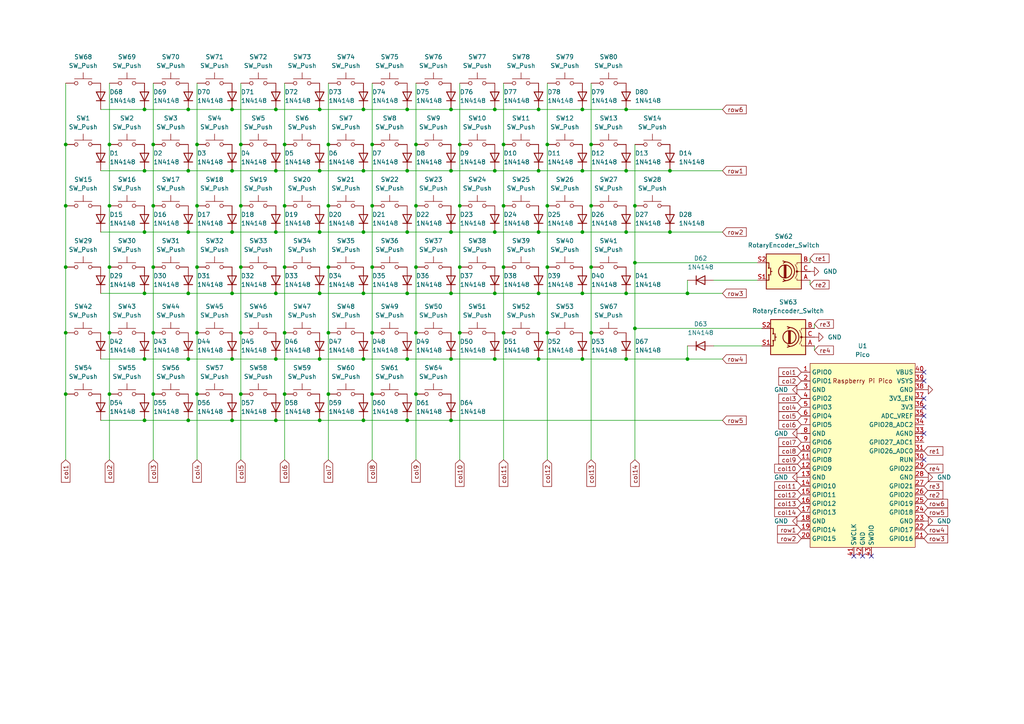
<source format=kicad_sch>
(kicad_sch (version 20231120) (generator "eeschema") (generator_version "8.0")
  (paper "A4")
  (junction (at 194.31 49.53))
  (junction (at 82.55 96.52))
  (junction (at 130.81 67.31))
  (junction (at 168.91 104.14))
  (junction (at 199.39 85.09))
  (junction (at 82.55 41.91))
  (junction (at 44.45 41.91))
  (junction (at 171.45 59.69))
  (junction (at 105.41 104.14))
  (junction (at 69.85 114.3))
  (junction (at 92.71 104.14))
  (junction (at 41.91 85.09))
  (junction (at 95.25 41.91))
  (junction (at 57.15 96.52))
  (junction (at 95.25 77.47))
  (junction (at 184.15 76.2))
  (junction (at 67.31 104.14))
  (junction (at 67.31 85.09))
  (junction (at 120.65 41.91))
  (junction (at 31.75 41.91))
  (junction (at 107.95 59.69))
  (junction (at 118.11 49.53))
  (junction (at 19.05 59.69))
  (junction (at 194.31 67.31))
  (junction (at 44.45 96.52))
  (junction (at 80.01 67.31))
  (junction (at 120.65 114.3))
  (junction (at 41.91 49.53))
  (junction (at 120.65 77.47))
  (junction (at 31.75 59.69))
  (junction (at 57.15 114.3))
  (junction (at 105.41 49.53))
  (junction (at 171.45 41.91))
  (junction (at 130.81 31.75))
  (junction (at 19.05 77.47))
  (junction (at 57.15 59.69))
  (junction (at 133.35 41.91))
  (junction (at 133.35 77.47))
  (junction (at 82.55 77.47))
  (junction (at 92.71 85.09))
  (junction (at 31.75 114.3))
  (junction (at 130.81 121.92))
  (junction (at 181.61 49.53))
  (junction (at 41.91 31.75))
  (junction (at 156.21 31.75))
  (junction (at 41.91 104.14))
  (junction (at 80.01 31.75))
  (junction (at 69.85 59.69))
  (junction (at 168.91 31.75))
  (junction (at 168.91 85.09))
  (junction (at 19.05 41.91))
  (junction (at 105.41 67.31))
  (junction (at 69.85 77.47))
  (junction (at 158.75 41.91))
  (junction (at 156.21 67.31))
  (junction (at 120.65 96.52))
  (junction (at 69.85 41.91))
  (junction (at 80.01 104.14))
  (junction (at 57.15 41.91))
  (junction (at 54.61 31.75))
  (junction (at 44.45 114.3))
  (junction (at 67.31 49.53))
  (junction (at 143.51 85.09))
  (junction (at 44.45 77.47))
  (junction (at 133.35 96.52))
  (junction (at 171.45 96.52))
  (junction (at 31.75 77.47))
  (junction (at 107.95 77.47))
  (junction (at 54.61 67.31))
  (junction (at 146.05 59.69))
  (junction (at 80.01 121.92))
  (junction (at 107.95 96.52))
  (junction (at 54.61 104.14))
  (junction (at 105.41 121.92))
  (junction (at 54.61 49.53))
  (junction (at 19.05 96.52))
  (junction (at 181.61 67.31))
  (junction (at 158.75 59.69))
  (junction (at 120.65 59.69))
  (junction (at 158.75 96.52))
  (junction (at 143.51 31.75))
  (junction (at 130.81 49.53))
  (junction (at 54.61 121.92))
  (junction (at 92.71 121.92))
  (junction (at 69.85 96.52))
  (junction (at 184.15 59.69))
  (junction (at 19.05 114.3))
  (junction (at 82.55 114.3))
  (junction (at 118.11 67.31))
  (junction (at 54.61 85.09))
  (junction (at 181.61 31.75))
  (junction (at 105.41 85.09))
  (junction (at 92.71 31.75))
  (junction (at 199.39 104.14))
  (junction (at 80.01 85.09))
  (junction (at 118.11 104.14))
  (junction (at 156.21 104.14))
  (junction (at 184.15 95.25))
  (junction (at 57.15 77.47))
  (junction (at 41.91 67.31))
  (junction (at 158.75 77.47))
  (junction (at 171.45 77.47))
  (junction (at 44.45 59.69))
  (junction (at 168.91 67.31))
  (junction (at 146.05 41.91))
  (junction (at 41.91 121.92))
  (junction (at 133.35 59.69))
  (junction (at 118.11 121.92))
  (junction (at 67.31 67.31))
  (junction (at 118.11 31.75))
  (junction (at 156.21 49.53))
  (junction (at 146.05 77.47))
  (junction (at 95.25 96.52))
  (junction (at 181.61 104.14))
  (junction (at 143.51 49.53))
  (junction (at 143.51 104.14))
  (junction (at 95.25 59.69))
  (junction (at 80.01 49.53))
  (junction (at 95.25 114.3))
  (junction (at 143.51 67.31))
  (junction (at 168.91 49.53))
  (junction (at 107.95 114.3))
  (junction (at 105.41 31.75))
  (junction (at 146.05 96.52))
  (junction (at 107.95 41.91))
  (junction (at 130.81 85.09))
  (junction (at 67.31 121.92))
  (junction (at 82.55 59.69))
  (junction (at 31.75 96.52))
  (junction (at 92.71 49.53))
  (junction (at 118.11 85.09))
  (junction (at 181.61 85.09))
  (junction (at 130.81 104.14))
  (junction (at 92.71 67.31))
  (junction (at 67.31 31.75))
  (junction (at 156.21 85.09))
  (no_connect (at 267.97 118.11))
  (no_connect (at 247.65 161.29))
  (no_connect (at 250.19 161.29))
  (no_connect (at 267.97 107.95))
  (no_connect (at 267.97 115.57))
  (no_connect (at 267.97 133.35))
  (no_connect (at 267.97 120.65))
  (no_connect (at 267.97 125.73))
  (no_connect (at 267.97 110.49))
  (no_connect (at 252.73 161.29))
  (wire (pts (xy 171.45 77.47) (xy 171.45 96.52)))
  (wire (pts (xy 29.21 31.75) (xy 41.91 31.75)))
  (wire (pts (xy 31.75 24.13) (xy 31.75 41.91)))
  (wire (pts (xy 95.25 96.52) (xy 95.25 114.3)))
  (wire (pts (xy 168.91 31.75) (xy 181.61 31.75)))
  (wire (pts (xy 95.25 114.3) (xy 95.25 133.35)))
  (wire (pts (xy 107.95 41.91) (xy 107.95 59.69)))
  (wire (pts (xy 44.45 59.69) (xy 44.45 77.47)))
  (wire (pts (xy 44.45 77.47) (xy 44.45 96.52)))
  (wire (pts (xy 92.71 67.31) (xy 105.41 67.31)))
  (wire (pts (xy 54.61 85.09) (xy 67.31 85.09)))
  (wire (pts (xy 143.51 104.14) (xy 156.21 104.14)))
  (wire (pts (xy 133.35 77.47) (xy 133.35 96.52)))
  (wire (pts (xy 57.15 41.91) (xy 57.15 59.69)))
  (wire (pts (xy 19.05 24.13) (xy 19.05 41.91)))
  (wire (pts (xy 41.91 85.09) (xy 54.61 85.09)))
  (wire (pts (xy 44.45 114.3) (xy 44.45 133.35)))
  (wire (pts (xy 184.15 76.2) (xy 219.71 76.2)))
  (wire (pts (xy 156.21 31.75) (xy 168.91 31.75)))
  (wire (pts (xy 105.41 121.92) (xy 118.11 121.92)))
  (wire (pts (xy 120.65 96.52) (xy 120.65 114.3)))
  (wire (pts (xy 44.45 24.13) (xy 44.45 41.91)))
  (wire (pts (xy 95.25 59.69) (xy 95.25 77.47)))
  (wire (pts (xy 120.65 24.13) (xy 120.65 41.91)))
  (wire (pts (xy 133.35 41.91) (xy 133.35 59.69)))
  (wire (pts (xy 207.01 81.28) (xy 219.71 81.28)))
  (wire (pts (xy 133.35 59.69) (xy 133.35 77.47)))
  (wire (pts (xy 19.05 77.47) (xy 19.05 96.52)))
  (wire (pts (xy 82.55 77.47) (xy 82.55 96.52)))
  (wire (pts (xy 181.61 104.14) (xy 199.39 104.14)))
  (wire (pts (xy 92.71 49.53) (xy 105.41 49.53)))
  (wire (pts (xy 130.81 104.14) (xy 143.51 104.14)))
  (wire (pts (xy 143.51 67.31) (xy 156.21 67.31)))
  (wire (pts (xy 118.11 67.31) (xy 130.81 67.31)))
  (wire (pts (xy 54.61 49.53) (xy 67.31 49.53)))
  (wire (pts (xy 69.85 114.3) (xy 69.85 133.35)))
  (wire (pts (xy 133.35 96.52) (xy 133.35 133.35)))
  (wire (pts (xy 158.75 24.13) (xy 158.75 41.91)))
  (wire (pts (xy 194.31 49.53) (xy 209.55 49.53)))
  (wire (pts (xy 29.21 85.09) (xy 41.91 85.09)))
  (wire (pts (xy 69.85 24.13) (xy 69.85 41.91)))
  (wire (pts (xy 107.95 96.52) (xy 107.95 114.3)))
  (wire (pts (xy 156.21 104.14) (xy 168.91 104.14)))
  (wire (pts (xy 67.31 104.14) (xy 80.01 104.14)))
  (wire (pts (xy 199.39 104.14) (xy 209.55 104.14)))
  (wire (pts (xy 120.65 114.3) (xy 120.65 133.35)))
  (wire (pts (xy 181.61 85.09) (xy 199.39 85.09)))
  (wire (pts (xy 82.55 114.3) (xy 82.55 133.35)))
  (wire (pts (xy 118.11 121.92) (xy 130.81 121.92)))
  (wire (pts (xy 194.31 67.31) (xy 209.55 67.31)))
  (wire (pts (xy 143.51 85.09) (xy 156.21 85.09)))
  (wire (pts (xy 69.85 96.52) (xy 69.85 114.3)))
  (wire (pts (xy 69.85 41.91) (xy 69.85 59.69)))
  (wire (pts (xy 31.75 114.3) (xy 31.75 133.35)))
  (wire (pts (xy 130.81 67.31) (xy 143.51 67.31)))
  (wire (pts (xy 57.15 96.52) (xy 57.15 114.3)))
  (wire (pts (xy 234.95 74.93) (xy 234.95 76.2)))
  (wire (pts (xy 41.91 31.75) (xy 54.61 31.75)))
  (wire (pts (xy 156.21 49.53) (xy 168.91 49.53)))
  (wire (pts (xy 118.11 85.09) (xy 130.81 85.09)))
  (wire (pts (xy 67.31 85.09) (xy 80.01 85.09)))
  (wire (pts (xy 236.22 101.6) (xy 236.22 100.33)))
  (wire (pts (xy 82.55 41.91) (xy 82.55 59.69)))
  (wire (pts (xy 41.91 104.14) (xy 54.61 104.14)))
  (wire (pts (xy 31.75 59.69) (xy 31.75 77.47)))
  (wire (pts (xy 120.65 77.47) (xy 120.65 96.52)))
  (wire (pts (xy 57.15 114.3) (xy 57.15 133.35)))
  (wire (pts (xy 31.75 77.47) (xy 31.75 96.52)))
  (wire (pts (xy 67.31 121.92) (xy 80.01 121.92)))
  (wire (pts (xy 107.95 114.3) (xy 107.95 133.35)))
  (wire (pts (xy 168.91 104.14) (xy 181.61 104.14)))
  (wire (pts (xy 44.45 41.91) (xy 44.45 59.69)))
  (wire (pts (xy 82.55 59.69) (xy 82.55 77.47)))
  (wire (pts (xy 80.01 104.14) (xy 92.71 104.14)))
  (wire (pts (xy 133.35 24.13) (xy 133.35 41.91)))
  (wire (pts (xy 184.15 76.2) (xy 184.15 95.25)))
  (wire (pts (xy 31.75 41.91) (xy 31.75 59.69)))
  (wire (pts (xy 130.81 85.09) (xy 143.51 85.09)))
  (wire (pts (xy 57.15 77.47) (xy 57.15 96.52)))
  (wire (pts (xy 41.91 67.31) (xy 54.61 67.31)))
  (wire (pts (xy 199.39 100.33) (xy 199.39 104.14)))
  (wire (pts (xy 29.21 49.53) (xy 41.91 49.53)))
  (wire (pts (xy 80.01 49.53) (xy 92.71 49.53)))
  (wire (pts (xy 118.11 49.53) (xy 130.81 49.53)))
  (wire (pts (xy 146.05 24.13) (xy 146.05 41.91)))
  (wire (pts (xy 44.45 96.52) (xy 44.45 114.3)))
  (wire (pts (xy 19.05 114.3) (xy 19.05 133.35)))
  (wire (pts (xy 67.31 67.31) (xy 80.01 67.31)))
  (wire (pts (xy 95.25 77.47) (xy 95.25 96.52)))
  (wire (pts (xy 146.05 59.69) (xy 146.05 77.47)))
  (wire (pts (xy 54.61 31.75) (xy 67.31 31.75)))
  (wire (pts (xy 105.41 85.09) (xy 118.11 85.09)))
  (wire (pts (xy 158.75 41.91) (xy 158.75 59.69)))
  (wire (pts (xy 29.21 121.92) (xy 41.91 121.92)))
  (wire (pts (xy 171.45 96.52) (xy 171.45 133.35)))
  (wire (pts (xy 171.45 41.91) (xy 171.45 59.69)))
  (wire (pts (xy 184.15 41.91) (xy 184.15 59.69)))
  (wire (pts (xy 54.61 104.14) (xy 67.31 104.14)))
  (wire (pts (xy 158.75 77.47) (xy 158.75 96.52)))
  (wire (pts (xy 107.95 77.47) (xy 107.95 96.52)))
  (wire (pts (xy 41.91 49.53) (xy 54.61 49.53)))
  (wire (pts (xy 168.91 49.53) (xy 181.61 49.53)))
  (wire (pts (xy 146.05 41.91) (xy 146.05 59.69)))
  (wire (pts (xy 92.71 31.75) (xy 105.41 31.75)))
  (wire (pts (xy 181.61 67.31) (xy 194.31 67.31)))
  (wire (pts (xy 105.41 31.75) (xy 118.11 31.75)))
  (wire (pts (xy 130.81 121.92) (xy 209.55 121.92)))
  (wire (pts (xy 95.25 24.13) (xy 95.25 41.91)))
  (wire (pts (xy 118.11 31.75) (xy 130.81 31.75)))
  (wire (pts (xy 67.31 31.75) (xy 80.01 31.75)))
  (wire (pts (xy 67.31 49.53) (xy 80.01 49.53)))
  (wire (pts (xy 105.41 67.31) (xy 118.11 67.31)))
  (wire (pts (xy 158.75 96.52) (xy 158.75 133.35)))
  (wire (pts (xy 57.15 59.69) (xy 57.15 77.47)))
  (wire (pts (xy 146.05 96.52) (xy 146.05 133.35)))
  (wire (pts (xy 80.01 67.31) (xy 92.71 67.31)))
  (wire (pts (xy 54.61 67.31) (xy 67.31 67.31)))
  (wire (pts (xy 69.85 77.47) (xy 69.85 96.52)))
  (wire (pts (xy 236.22 93.98) (xy 236.22 95.25)))
  (wire (pts (xy 69.85 59.69) (xy 69.85 77.47)))
  (wire (pts (xy 105.41 49.53) (xy 118.11 49.53)))
  (wire (pts (xy 146.05 77.47) (xy 146.05 96.52)))
  (wire (pts (xy 199.39 81.28) (xy 199.39 85.09)))
  (wire (pts (xy 82.55 96.52) (xy 82.55 114.3)))
  (wire (pts (xy 80.01 85.09) (xy 92.71 85.09)))
  (wire (pts (xy 184.15 95.25) (xy 184.15 133.35)))
  (wire (pts (xy 143.51 49.53) (xy 156.21 49.53)))
  (wire (pts (xy 181.61 31.75) (xy 209.55 31.75)))
  (wire (pts (xy 199.39 85.09) (xy 209.55 85.09)))
  (wire (pts (xy 57.15 24.13) (xy 57.15 41.91)))
  (wire (pts (xy 92.71 85.09) (xy 105.41 85.09)))
  (wire (pts (xy 19.05 59.69) (xy 19.05 77.47)))
  (wire (pts (xy 92.71 104.14) (xy 105.41 104.14)))
  (wire (pts (xy 143.51 31.75) (xy 156.21 31.75)))
  (wire (pts (xy 184.15 59.69) (xy 184.15 76.2)))
  (wire (pts (xy 107.95 59.69) (xy 107.95 77.47)))
  (wire (pts (xy 120.65 41.91) (xy 120.65 59.69)))
  (wire (pts (xy 29.21 104.14) (xy 41.91 104.14)))
  (wire (pts (xy 31.75 96.52) (xy 31.75 114.3)))
  (wire (pts (xy 130.81 49.53) (xy 143.51 49.53)))
  (wire (pts (xy 80.01 31.75) (xy 92.71 31.75)))
  (wire (pts (xy 181.61 49.53) (xy 194.31 49.53)))
  (wire (pts (xy 118.11 104.14) (xy 130.81 104.14)))
  (wire (pts (xy 207.01 100.33) (xy 220.98 100.33)))
  (wire (pts (xy 156.21 67.31) (xy 168.91 67.31)))
  (wire (pts (xy 92.71 121.92) (xy 105.41 121.92)))
  (wire (pts (xy 130.81 31.75) (xy 143.51 31.75)))
  (wire (pts (xy 82.55 24.13) (xy 82.55 41.91)))
  (wire (pts (xy 41.91 121.92) (xy 54.61 121.92)))
  (wire (pts (xy 168.91 67.31) (xy 181.61 67.31)))
  (wire (pts (xy 29.21 67.31) (xy 41.91 67.31)))
  (wire (pts (xy 120.65 59.69) (xy 120.65 77.47)))
  (wire (pts (xy 171.45 59.69) (xy 171.45 77.47)))
  (wire (pts (xy 107.95 24.13) (xy 107.95 41.91)))
  (wire (pts (xy 171.45 24.13) (xy 171.45 41.91)))
  (wire (pts (xy 54.61 121.92) (xy 67.31 121.92)))
  (wire (pts (xy 158.75 59.69) (xy 158.75 77.47)))
  (wire (pts (xy 80.01 121.92) (xy 92.71 121.92)))
  (wire (pts (xy 95.25 41.91) (xy 95.25 59.69)))
  (wire (pts (xy 156.21 85.09) (xy 168.91 85.09)))
  (wire (pts (xy 105.41 104.14) (xy 118.11 104.14)))
  (wire (pts (xy 19.05 96.52) (xy 19.05 114.3)))
  (wire (pts (xy 19.05 41.91) (xy 19.05 59.69)))
  (wire (pts (xy 234.95 82.55) (xy 234.95 81.28)))
  (wire (pts (xy 184.15 95.25) (xy 220.98 95.25)))
  (wire (pts (xy 168.91 85.09) (xy 181.61 85.09)))
  (global_label "re2" (shape input) (at 267.97 143.51 0) (property "Intersheetrefs" "${INTERSHEET_REFS}" (effects (hide yes))))
  (global_label "row3" (shape input) (at 209.55 85.09 0) (property "Intersheetrefs" "${INTERSHEET_REFS}" (effects (hide yes))))
  (global_label "col1" (shape input) (at 19.05 133.35 270) (property "Intersheetrefs" "${INTERSHEET_REFS}" (effects (hide yes))))
  (global_label "col4" (shape input) (at 232.41 118.11 180) (property "Intersheetrefs" "${INTERSHEET_REFS}" (effects (hide yes))))
  (global_label "col7" (shape input) (at 232.41 128.27 180) (property "Intersheetrefs" "${INTERSHEET_REFS}" (effects (hide yes))))
  (global_label "col13" (shape input) (at 171.45 133.35 270) (property "Intersheetrefs" "${INTERSHEET_REFS}" (effects (hide yes))))
  (global_label "col3" (shape input) (at 44.45 133.35 270) (property "Intersheetrefs" "${INTERSHEET_REFS}" (effects (hide yes))))
  (global_label "col4" (shape input) (at 57.15 133.35 270) (property "Intersheetrefs" "${INTERSHEET_REFS}" (effects (hide yes))))
  (global_label "row2" (shape input) (at 209.55 67.31 0) (property "Intersheetrefs" "${INTERSHEET_REFS}" (effects (hide yes))))
  (global_label "col3" (shape input) (at 232.41 115.57 180) (property "Intersheetrefs" "${INTERSHEET_REFS}" (effects (hide yes))))
  (global_label "row6" (shape input) (at 209.55 31.75 0) (property "Intersheetrefs" "${INTERSHEET_REFS}" (effects (hide yes))))
  (global_label "col11" (shape input) (at 232.41 140.97 180) (property "Intersheetrefs" "${INTERSHEET_REFS}" (effects (hide yes))))
  (global_label "row6" (shape input) (at 267.97 146.05 0) (property "Intersheetrefs" "${INTERSHEET_REFS}" (effects (hide yes))))
  (global_label "re4" (shape input) (at 267.97 135.89 0) (property "Intersheetrefs" "${INTERSHEET_REFS}" (effects (hide yes))))
  (global_label "col13" (shape input) (at 232.41 146.05 180) (property "Intersheetrefs" "${INTERSHEET_REFS}" (effects (hide yes))))
  (global_label "col1" (shape input) (at 232.41 107.95 180) (property "Intersheetrefs" "${INTERSHEET_REFS}" (effects (hide yes))))
  (global_label "col10" (shape input) (at 133.35 133.35 270) (property "Intersheetrefs" "${INTERSHEET_REFS}" (effects (hide yes))))
  (global_label "row1" (shape input) (at 209.55 49.53 0) (property "Intersheetrefs" "${INTERSHEET_REFS}" (effects (hide yes))))
  (global_label "re3" (shape input) (at 267.97 140.97 0) (property "Intersheetrefs" "${INTERSHEET_REFS}" (effects (hide yes))))
  (global_label "row4" (shape input) (at 267.97 153.67 0) (property "Intersheetrefs" "${INTERSHEET_REFS}" (effects (hide yes))))
  (global_label "col9" (shape input) (at 232.41 133.35 180) (property "Intersheetrefs" "${INTERSHEET_REFS}" (effects (hide yes))))
  (global_label "col9" (shape input) (at 120.65 133.35 270) (property "Intersheetrefs" "${INTERSHEET_REFS}" (effects (hide yes))))
  (global_label "re3" (shape input) (at 236.22 93.98 0) (property "Intersheetrefs" "${INTERSHEET_REFS}" (effects (hide yes))))
  (global_label "col14" (shape input) (at 232.41 148.59 180) (property "Intersheetrefs" "${INTERSHEET_REFS}" (effects (hide yes))))
  (global_label "row1" (shape input) (at 232.41 153.67 180) (property "Intersheetrefs" "${INTERSHEET_REFS}" (effects (hide yes))))
  (global_label "row5" (shape input) (at 267.97 148.59 0) (property "Intersheetrefs" "${INTERSHEET_REFS}" (effects (hide yes))))
  (global_label "col12" (shape input) (at 158.75 133.35 270) (property "Intersheetrefs" "${INTERSHEET_REFS}" (effects (hide yes))))
  (global_label "re2" (shape input) (at 234.95 82.55 0) (property "Intersheetrefs" "${INTERSHEET_REFS}" (effects (hide yes))))
  (global_label "re1" (shape input) (at 267.97 130.81 0) (property "Intersheetrefs" "${INTERSHEET_REFS}" (effects (hide yes))))
  (global_label "re1" (shape input) (at 234.95 74.93 0) (property "Intersheetrefs" "${INTERSHEET_REFS}" (effects (hide yes))))
  (global_label "col5" (shape input) (at 232.41 120.65 180) (property "Intersheetrefs" "${INTERSHEET_REFS}" (effects (hide yes))))
  (global_label "row4" (shape input) (at 209.55 104.14 0) (property "Intersheetrefs" "${INTERSHEET_REFS}" (effects (hide yes))))
  (global_label "col8" (shape input) (at 107.95 133.35 270) (property "Intersheetrefs" "${INTERSHEET_REFS}" (effects (hide yes))))
  (global_label "col7" (shape input) (at 95.25 133.35 270) (property "Intersheetrefs" "${INTERSHEET_REFS}" (effects (hide yes))))
  (global_label "col10" (shape input) (at 232.41 135.89 180) (property "Intersheetrefs" "${INTERSHEET_REFS}" (effects (hide yes))))
  (global_label "row2" (shape input) (at 232.41 156.21 180) (property "Intersheetrefs" "${INTERSHEET_REFS}" (effects (hide yes))))
  (global_label "col6" (shape input) (at 232.41 123.19 180) (property "Intersheetrefs" "${INTERSHEET_REFS}" (effects (hide yes))))
  (global_label "col8" (shape input) (at 232.41 130.81 180) (property "Intersheetrefs" "${INTERSHEET_REFS}" (effects (hide yes))))
  (global_label "col12" (shape input) (at 232.41 143.51 180) (property "Intersheetrefs" "${INTERSHEET_REFS}" (effects (hide yes))))
  (global_label "col5" (shape input) (at 69.85 133.35 270) (property "Intersheetrefs" "${INTERSHEET_REFS}" (effects (hide yes))))
  (global_label "re4" (shape input) (at 236.22 101.6 0) (property "Intersheetrefs" "${INTERSHEET_REFS}" (effects (hide yes))))
  (global_label "col14" (shape input) (at 184.15 133.35 270) (property "Intersheetrefs" "${INTERSHEET_REFS}" (effects (hide yes))))
  (global_label "col2" (shape input) (at 232.41 110.49 180) (property "Intersheetrefs" "${INTERSHEET_REFS}" (effects (hide yes))))
  (global_label "col2" (shape input) (at 31.75 133.35 270) (property "Intersheetrefs" "${INTERSHEET_REFS}" (effects (hide yes))))
  (global_label "col6" (shape input) (at 82.55 133.35 270) (property "Intersheetrefs" "${INTERSHEET_REFS}" (effects (hide yes))))
  (global_label "row3" (shape input) (at 267.97 156.21 0) (property "Intersheetrefs" "${INTERSHEET_REFS}" (effects (hide yes))))
  (global_label "row5" (shape input) (at 209.55 121.92 0) (property "Intersheetrefs" "${INTERSHEET_REFS}" (effects (hide yes))))
  (global_label "col11" (shape input) (at 146.05 133.35 270) (property "Intersheetrefs" "${INTERSHEET_REFS}" (effects (hide yes))))
  (symbol (lib_id "Switch:SW_Push") (at 74.93 24.13 0) (unit 1)
    (property "Reference" "SW72" (at 74.93 16.51 0))
    (property "Value" "SW_Push" (at 74.93 19.05 0))
    (property "Footprint" "Button_Switch_Keyboard:SW_Cherry_MX_1.00u_PCB" (effects (hide yes)))
    (property "Description" "Push button switch, generic, two pins" (effects (hide yes)))
  )
  (symbol (lib_id "Switch:SW_Push") (at 87.63 41.91 0) (unit 1)
    (property "Reference" "SW6" (at 87.63 34.29 0))
    (property "Value" "SW_Push" (at 87.63 36.83 0))
    (property "Footprint" "Button_Switch_Keyboard:SW_Cherry_MX_1.00u_PCB" (effects (hide yes)))
    (property "Description" "Push button switch, generic, two pins" (effects (hide yes)))
  )
  (symbol (lib_id "Switch:SW_Push") (at 49.53 96.52 0) (unit 1)
    (property "Reference" "SW44" (at 49.53 88.9 0))
    (property "Value" "SW_Push" (at 49.53 91.44 0))
    (property "Footprint" "Button_Switch_Keyboard:SW_Cherry_MX_1.00u_PCB" (effects (hide yes)))
    (property "Description" "Push button switch, generic, two pins" (effects (hide yes)))
  )
  (symbol (lib_id "Diode:1N4148") (at 29.21 81.28 90) (unit 1)
    (property "Reference" "D29" (at 31.75 80.0099 90) (effects (justify right)))
    (property "Value" "1N4148" (at 31.75 82.5499 90) (effects (justify right)))
    (property "Footprint" "Diode_THT:D_DO-35_SOD27_P7.62mm_Horizontal" (effects (hide yes)))
    (property "Datasheet" "https://assets.nexperia.com/documents/data-sheet/1N4148_1N4448.pdf" (effects (hide yes)))
    (property "Description" "100V 0.15A standard switching diode, DO-35" (effects (hide yes)))
    (property "Sim.Device" "D" (effects (hide yes)))
    (property "Sim.Pins" "1=K 2=A" (effects (hide yes)))
  )
  (symbol (lib_id "Switch:SW_Push") (at 125.73 24.13 0) (unit 1)
    (property "Reference" "SW76" (at 125.73 16.51 0))
    (property "Value" "SW_Push" (at 125.73 19.05 0))
    (property "Footprint" "Button_Switch_Keyboard:SW_Cherry_MX_1.00u_PCB" (effects (hide yes)))
    (property "Description" "Push button switch, generic, two pins" (effects (hide yes)))
  )
  (symbol (lib_id "Switch:SW_Push") (at 113.03 114.3 0) (unit 1)
    (property "Reference" "SW61" (at 113.03 106.68 0))
    (property "Value" "SW_Push" (at 113.03 109.22 0))
    (property "Footprint" "Button_Switch_Keyboard:SW_Cherry_MX_1.00u_PCB" (effects (hide yes)))
    (property "Description" "Push button switch, generic, two pins" (effects (hide yes)))
  )
  (symbol (lib_id "Switch:SW_Push") (at 163.83 59.69 0) (unit 1)
    (property "Reference" "SW26" (at 163.83 52.07 0))
    (property "Value" "SW_Push" (at 163.83 54.61 0))
    (property "Footprint" "Button_Switch_Keyboard:SW_Cherry_MX_1.00u_PCB" (effects (hide yes)))
    (property "Description" "Push button switch, generic, two pins" (effects (hide yes)))
  )
  (symbol (lib_id "Switch:SW_Push") (at 151.13 24.13 0) (unit 1)
    (property "Reference" "SW78" (at 151.13 16.51 0))
    (property "Value" "SW_Push" (at 151.13 19.05 0))
    (property "Footprint" "Button_Switch_Keyboard:SW_Cherry_MX_1.00u_PCB" (effects (hide yes)))
    (property "Description" "Push button switch, generic, two pins" (effects (hide yes)))
  )
  (symbol (lib_id "Switch:SW_Push") (at 125.73 77.47 0) (unit 1)
    (property "Reference" "SW37" (at 125.73 69.85 0))
    (property "Value" "SW_Push" (at 125.73 72.39 0))
    (property "Footprint" "Button_Switch_Keyboard:SW_Cherry_MX_1.00u_PCB" (effects (hide yes)))
    (property "Description" "Push button switch, generic, two pins" (effects (hide yes)))
  )
  (symbol (lib_id "Switch:SW_Push") (at 125.73 114.3 0) (unit 1)
    (property "Reference" "SW64" (at 125.73 106.68 0))
    (property "Value" "SW_Push" (at 125.73 109.22 0))
    (property "Footprint" "Button_Switch_Keyboard:SW_Cherry_MX_1.00u_PCB" (effects (hide yes)))
    (property "Description" "Push button switch, generic, two pins" (effects (hide yes)))
  )
  (symbol (lib_id "Switch:SW_Push") (at 49.53 114.3 0) (unit 1)
    (property "Reference" "SW56" (at 49.53 106.68 0))
    (property "Value" "SW_Push" (at 49.53 109.22 0))
    (property "Footprint" "Button_Switch_Keyboard:SW_Cherry_MX_1.25u_PCB" (effects (hide yes)))
    (property "Description" "Push button switch, generic, two pins" (effects (hide yes)))
  )
  (symbol (lib_id "Diode:1N4148") (at 67.31 81.28 90) (unit 1)
    (property "Reference" "D32" (at 69.85 80.0099 90) (effects (justify right)))
    (property "Value" "1N4148" (at 69.85 82.5499 90) (effects (justify right)))
    (property "Footprint" "Diode_THT:D_DO-35_SOD27_P7.62mm_Horizontal" (effects (hide yes)))
    (property "Datasheet" "https://assets.nexperia.com/documents/data-sheet/1N4148_1N4448.pdf" (effects (hide yes)))
    (property "Description" "100V 0.15A standard switching diode, DO-35" (effects (hide yes)))
    (property "Sim.Device" "D" (effects (hide yes)))
    (property "Sim.Pins" "1=K 2=A" (effects (hide yes)))
  )
  (symbol (lib_id "Diode:1N4148") (at 92.71 27.94 90) (unit 1)
    (property "Reference" "D73" (at 95.25 26.6699 90) (effects (justify right)))
    (property "Value" "1N4148" (at 95.25 29.2099 90) (effects (justify right)))
    (property "Footprint" "Diode_THT:D_DO-35_SOD27_P7.62mm_Horizontal" (effects (hide yes)))
    (property "Datasheet" "https://assets.nexperia.com/documents/data-sheet/1N4148_1N4448.pdf" (effects (hide yes)))
    (property "Description" "100V 0.15A standard switching diode, DO-35" (effects (hide yes)))
    (property "Sim.Device" "D" (effects (hide yes)))
    (property "Sim.Pins" "1=K 2=A" (effects (hide yes)))
  )
  (symbol (lib_id "Switch:SW_Push") (at 125.73 59.69 0) (unit 1)
    (property "Reference" "SW23" (at 125.73 52.07 0))
    (property "Value" "SW_Push" (at 125.73 54.61 0))
    (property "Footprint" "Button_Switch_Keyboard:SW_Cherry_MX_1.00u_PCB" (effects (hide yes)))
    (property "Description" "Push button switch, generic, two pins" (effects (hide yes)))
  )
  (symbol (lib_id "Switch:SW_Push") (at 100.33 114.3 0) (unit 1)
    (property "Reference" "SW60" (at 100.33 106.68 0))
    (property "Value" "SW_Push" (at 100.33 109.22 0))
    (property "Footprint" "Button_Switch_Keyboard:SW_Cherry_MX_1.00u_PCB" (effects (hide yes)))
    (property "Description" "Push button switch, generic, two pins" (effects (hide yes)))
  )
  (symbol (lib_id "Switch:SW_Push") (at 87.63 96.52 0) (unit 1)
    (property "Reference" "SW47" (at 87.63 88.9 0))
    (property "Value" "SW_Push" (at 87.63 91.44 0))
    (property "Footprint" "Button_Switch_Keyboard:SW_Cherry_MX_1.00u_PCB" (effects (hide yes)))
    (property "Description" "Push button switch, generic, two pins" (effects (hide yes)))
  )
  (symbol (lib_id "Diode:1N4148") (at 130.81 27.94 90) (unit 1)
    (property "Reference" "D76" (at 133.35 26.6699 90) (effects (justify right)))
    (property "Value" "1N4148" (at 133.35 29.2099 90) (effects (justify right)))
    (property "Footprint" "Diode_THT:D_DO-35_SOD27_P7.62mm_Horizontal" (effects (hide yes)))
    (property "Datasheet" "https://assets.nexperia.com/documents/data-sheet/1N4148_1N4448.pdf" (effects (hide yes)))
    (property "Description" "100V 0.15A standard switching diode, DO-35" (effects (hide yes)))
    (property "Sim.Device" "D" (effects (hide yes)))
    (property "Sim.Pins" "1=K 2=A" (effects (hide yes)))
  )
  (symbol (lib_id "Diode:1N4148") (at 41.91 81.28 90) (unit 1)
    (property "Reference" "D30" (at 44.45 80.0099 90) (effects (justify right)))
    (property "Value" "1N4148" (at 44.45 82.5499 90) (effects (justify right)))
    (property "Footprint" "Diode_THT:D_DO-35_SOD27_P7.62mm_Horizontal" (effects (hide yes)))
    (property "Datasheet" "https://assets.nexperia.com/documents/data-sheet/1N4148_1N4448.pdf" (effects (hide yes)))
    (property "Description" "100V 0.15A standard switching diode, DO-35" (effects (hide yes)))
    (property "Sim.Device" "D" (effects (hide yes)))
    (property "Sim.Pins" "1=K 2=A" (effects (hide yes)))
  )
  (symbol (lib_id "Diode:1N4148") (at 41.91 27.94 90) (unit 1)
    (property "Reference" "D69" (at 44.45 26.6699 90) (effects (justify right)))
    (property "Value" "1N4148" (at 44.45 29.2099 90) (effects (justify right)))
    (property "Footprint" "Diode_THT:D_DO-35_SOD27_P7.62mm_Horizontal" (effects (hide yes)))
    (property "Datasheet" "https://assets.nexperia.com/documents/data-sheet/1N4148_1N4448.pdf" (effects (hide yes)))
    (property "Description" "100V 0.15A standard switching diode, DO-35" (effects (hide yes)))
    (property "Sim.Device" "D" (effects (hide yes)))
    (property "Sim.Pins" "1=K 2=A" (effects (hide yes)))
  )
  (symbol (lib_id "Switch:SW_Push") (at 151.13 77.47 0) (unit 1)
    (property "Reference" "SW39" (at 151.13 69.85 0))
    (property "Value" "SW_Push" (at 151.13 72.39 0))
    (property "Footprint" "Button_Switch_Keyboard:SW_Cherry_MX_1.00u_PCB" (effects (hide yes)))
    (property "Description" "Push button switch, generic, two pins" (effects (hide yes)))
  )
  (symbol (lib_id "Switch:SW_Push") (at 62.23 59.69 0) (unit 1)
    (property "Reference" "SW18" (at 62.23 52.07 0))
    (property "Value" "SW_Push" (at 62.23 54.61 0))
    (property "Footprint" "Button_Switch_Keyboard:SW_Cherry_MX_1.00u_PCB" (effects (hide yes)))
    (property "Description" "Push button switch, generic, two pins" (effects (hide yes)))
  )
  (symbol (lib_id "Switch:SW_Push") (at 163.83 96.52 0) (unit 1)
    (property "Reference" "SW53" (at 163.83 88.9 0))
    (property "Value" "SW_Push" (at 163.83 91.44 0))
    (property "Footprint" "Button_Switch_Keyboard:SW_Cherry_MX_1.75u_PCB" (effects (hide yes)))
    (property "Description" "Push button switch, generic, two pins" (effects (hide yes)))
  )
  (symbol (lib_id "Diode:1N4148") (at 80.01 100.33 90) (unit 1)
    (property "Reference" "D46" (at 82.55 99.0599 90) (effects (justify right)))
    (property "Value" "1N4148" (at 82.55 101.5999 90) (effects (justify right)))
    (property "Footprint" "Diode_THT:D_DO-35_SOD27_P7.62mm_Horizontal" (effects (hide yes)))
    (property "Datasheet" "https://assets.nexperia.com/documents/data-sheet/1N4148_1N4448.pdf" (effects (hide yes)))
    (property "Description" "100V 0.15A standard switching diode, DO-35" (effects (hide yes)))
    (property "Sim.Device" "D" (effects (hide yes)))
    (property "Sim.Pins" "1=K 2=A" (effects (hide yes)))
  )
  (symbol (lib_id "Diode:1N4148") (at 54.61 63.5 90) (unit 1)
    (property "Reference" "D17" (at 57.15 62.2299 90) (effects (justify right)))
    (property "Value" "1N4148" (at 57.15 64.7699 90) (effects (justify right)))
    (property "Footprint" "Diode_THT:D_DO-35_SOD27_P7.62mm_Horizontal" (effects (hide yes)))
    (property "Datasheet" "https://assets.nexperia.com/documents/data-sheet/1N4148_1N4448.pdf" (effects (hide yes)))
    (property "Description" "100V 0.15A standard switching diode, DO-35" (effects (hide yes)))
    (property "Sim.Device" "D" (effects (hide yes)))
    (property "Sim.Pins" "1=K 2=A" (effects (hide yes)))
  )
  (symbol (lib_id "Switch:SW_Push") (at 189.23 41.91 0) (unit 1)
    (property "Reference" "SW14" (at 189.23 34.29 0))
    (property "Value" "SW_Push" (at 189.23 36.83 0))
    (property "Footprint" "Button_Switch_Keyboard:SW_Cherry_MX_2.00u_PCB" (effects (hide yes)))
    (property "Description" "Push button switch, generic, two pins" (effects (hide yes)))
  )
  (symbol (lib_id "Diode:1N4148") (at 105.41 45.72 90) (unit 1)
    (property "Reference" "D7" (at 107.95 44.4499 90) (effects (justify right)))
    (property "Value" "1N4148" (at 107.95 46.9899 90) (effects (justify right)))
    (property "Footprint" "Diode_THT:D_DO-35_SOD27_P7.62mm_Horizontal" (effects (hide yes)))
    (property "Datasheet" "https://assets.nexperia.com/documents/data-sheet/1N4148_1N4448.pdf" (effects (hide yes)))
    (property "Description" "100V 0.15A standard switching diode, DO-35" (effects (hide yes)))
    (property "Sim.Device" "D" (effects (hide yes)))
    (property "Sim.Pins" "1=K 2=A" (effects (hide yes)))
  )
  (symbol (lib_id "Diode:1N4148") (at 29.21 63.5 90) (unit 1)
    (property "Reference" "D15" (at 31.75 62.2299 90) (effects (justify right)))
    (property "Value" "1N4148" (at 31.75 64.7699 90) (effects (justify right)))
    (property "Footprint" "Diode_THT:D_DO-35_SOD27_P7.62mm_Horizontal" (effects (hide yes)))
    (property "Datasheet" "https://assets.nexperia.com/documents/data-sheet/1N4148_1N4448.pdf" (effects (hide yes)))
    (property "Description" "100V 0.15A standard switching diode, DO-35" (effects (hide yes)))
    (property "Sim.Device" "D" (effects (hide yes)))
    (property "Sim.Pins" "1=K 2=A" (effects (hide yes)))
  )
  (symbol (lib_id "Diode:1N4148") (at 118.11 45.72 90) (unit 1)
    (property "Reference" "D8" (at 120.65 44.4499 90) (effects (justify right)))
    (property "Value" "1N4148" (at 120.65 46.9899 90) (effects (justify right)))
    (property "Footprint" "Diode_THT:D_DO-35_SOD27_P7.62mm_Horizontal" (effects (hide yes)))
    (property "Datasheet" "https://assets.nexperia.com/documents/data-sheet/1N4148_1N4448.pdf" (effects (hide yes)))
    (property "Description" "100V 0.15A standard switching diode, DO-35" (effects (hide yes)))
    (property "Sim.Device" "D" (effects (hide yes)))
    (property "Sim.Pins" "1=K 2=A" (effects (hide yes)))
  )
  (symbol (lib_id "Diode:1N4148") (at 92.71 100.33 90) (unit 1)
    (property "Reference" "D47" (at 95.25 99.0599 90) (effects (justify right)))
    (property "Value" "1N4148" (at 95.25 101.5999 90) (effects (justify right)))
    (property "Footprint" "Diode_THT:D_DO-35_SOD27_P7.62mm_Horizontal" (effects (hide yes)))
    (property "Datasheet" "https://assets.nexperia.com/documents/data-sheet/1N4148_1N4448.pdf" (effects (hide yes)))
    (property "Description" "100V 0.15A standard switching diode, DO-35" (effects (hide yes)))
    (property "Sim.Device" "D" (effects (hide yes)))
    (property "Sim.Pins" "1=K 2=A" (effects (hide yes)))
  )
  (symbol (lib_id "Switch:SW_Push") (at 151.13 41.91 0) (unit 1)
    (property "Reference" "SW11" (at 151.13 34.29 0))
    (property "Value" "SW_Push" (at 151.13 36.83 0))
    (property "Footprint" "Button_Switch_Keyboard:SW_Cherry_MX_1.00u_PCB" (effects (hide yes)))
    (property "Description" "Push button switch, generic, two pins" (effects (hide yes)))
  )
  (symbol (lib_id "Diode:1N4148") (at 156.21 63.5 90) (unit 1)
    (property "Reference" "D25" (at 158.75 62.2299 90) (effects (justify right)))
    (property "Value" "1N4148" (at 158.75 64.7699 90) (effects (justify right)))
    (property "Footprint" "Diode_THT:D_DO-35_SOD27_P7.62mm_Horizontal" (effects (hide yes)))
    (property "Datasheet" "https://assets.nexperia.com/documents/data-sheet/1N4148_1N4448.pdf" (effects (hide yes)))
    (property "Description" "100V 0.15A standard switching diode, DO-35" (effects (hide yes)))
    (property "Sim.Device" "D" (effects (hide yes)))
    (property "Sim.Pins" "1=K 2=A" (effects (hide yes)))
  )
  (symbol (lib_id "Diode:1N4148") (at 156.21 100.33 90) (unit 1)
    (property "Reference" "D52" (at 158.75 99.0599 90) (effects (justify right)))
    (property "Value" "1N4148" (at 158.75 101.5999 90) (effects (justify right)))
    (property "Footprint" "Diode_THT:D_DO-35_SOD27_P7.62mm_Horizontal" (effects (hide yes)))
    (property "Datasheet" "https://assets.nexperia.com/documents/data-sheet/1N4148_1N4448.pdf" (effects (hide yes)))
    (property "Description" "100V 0.15A standard switching diode, DO-35" (effects (hide yes)))
    (property "Sim.Device" "D" (effects (hide yes)))
    (property "Sim.Pins" "1=K 2=A" (effects (hide yes)))
  )
  (symbol (lib_id "Diode:1N4148") (at 130.81 81.28 90) (unit 1)
    (property "Reference" "D37" (at 133.35 80.0099 90) (effects (justify right)))
    (property "Value" "1N4148" (at 133.35 82.5499 90) (effects (justify right)))
    (property "Footprint" "Diode_THT:D_DO-35_SOD27_P7.62mm_Horizontal" (effects (hide yes)))
    (property "Datasheet" "https://assets.nexperia.com/documents/data-sheet/1N4148_1N4448.pdf" (effects (hide yes)))
    (property "Description" "100V 0.15A standard switching diode, DO-35" (effects (hide yes)))
    (property "Sim.Device" "D" (effects (hide yes)))
    (property "Sim.Pins" "1=K 2=A" (effects (hide yes)))
  )
  (symbol (lib_id "Switch:SW_Push") (at 24.13 96.52 0) (unit 1)
    (property "Reference" "SW42" (at 24.13 88.9 0))
    (property "Value" "SW_Push" (at 24.13 91.44 0))
    (property "Footprint" "Button_Switch_Keyboard:SW_Cherry_MX_2.25u_PCB" (effects (hide yes)))
    (property "Description" "Push button switch, generic, two pins" (effects (hide yes)))
  )
  (symbol (lib_id "Switch:SW_Push") (at 113.03 24.13 0) (unit 1)
    (property "Reference" "SW75" (at 113.03 16.51 0))
    (property "Value" "SW_Push" (at 113.03 19.05 0))
    (property "Footprint" "Button_Switch_Keyboard:SW_Cherry_MX_1.00u_PCB" (effects (hide yes)))
    (property "Description" "Push button switch, generic, two pins" (effects (hide yes)))
  )
  (symbol (lib_id "Switch:SW_Push") (at 113.03 59.69 0) (unit 1)
    (property "Reference" "SW22" (at 113.03 52.07 0))
    (property "Value" "SW_Push" (at 113.03 54.61 0))
    (property "Footprint" "Button_Switch_Keyboard:SW_Cherry_MX_1.00u_PCB" (effects (hide yes)))
    (property "Description" "Push button switch, generic, two pins" (effects (hide yes)))
  )
  (symbol (lib_id "Switch:SW_Push") (at 74.93 59.69 0) (unit 1)
    (property "Reference" "SW19" (at 74.93 52.07 0))
    (property "Value" "SW_Push" (at 74.93 54.61 0))
    (property "Footprint" "Button_Switch_Keyboard:SW_Cherry_MX_1.00u_PCB" (effects (hide yes)))
    (property "Description" "Push button switch, generic, two pins" (effects (hide yes)))
  )
  (symbol (lib_id "Switch:SW_Push") (at 36.83 77.47 0) (unit 1)
    (property "Reference" "SW30" (at 36.83 69.85 0))
    (property "Value" "SW_Push" (at 36.83 72.39 0))
    (property "Footprint" "Button_Switch_Keyboard:SW_Cherry_MX_1.00u_PCB" (effects (hide yes)))
    (property "Description" "Push button switch, generic, two pins" (effects (hide yes)))
  )
  (symbol (lib_id "power:GND") (at 267.97 138.43 90) (unit 1)
    (property "Reference" "#PWR012" (effects (hide yes)))
    (property "Value" "GND" (at 271.78 138.4299 90) (effects (justify right)))
    (property "Description" "Power symbol creates a global label with name \"GND\" , ground" (effects (hide yes)))
  )
  (symbol (lib_id "Switch:SW_Push") (at 36.83 96.52 0) (unit 1)
    (property "Reference" "SW43" (at 36.83 88.9 0))
    (property "Value" "SW_Push" (at 36.83 91.44 0))
    (property "Footprint" "Button_Switch_Keyboard:SW_Cherry_MX_1.00u_PCB" (effects (hide yes)))
    (property "Description" "Push button switch, generic, two pins" (effects (hide yes)))
  )
  (symbol (lib_id "Switch:SW_Push") (at 100.33 77.47 0) (unit 1)
    (property "Reference" "SW35" (at 100.33 69.85 0))
    (property "Value" "SW_Push" (at 100.33 72.39 0))
    (property "Footprint" "Button_Switch_Keyboard:SW_Cherry_MX_1.00u_PCB" (effects (hide yes)))
    (property "Description" "Push button switch, generic, two pins" (effects (hide yes)))
  )
  (symbol (lib_id "Switch:SW_Push") (at 113.03 96.52 0) (unit 1)
    (property "Reference" "SW49" (at 113.03 88.9 0))
    (property "Value" "SW_Push" (at 113.03 91.44 0))
    (property "Footprint" "Button_Switch_Keyboard:SW_Cherry_MX_1.00u_PCB" (effects (hide yes)))
    (property "Description" "Push button switch, generic, two pins" (effects (hide yes)))
  )
  (symbol (lib_id "power:GND") (at 232.41 151.13 270) (unit 1)
    (property "Reference" "#PWR010" (effects (hide yes)))
    (property "Value" "GND" (at 228.6 151.1299 90) (effects (justify right)))
    (property "Description" "Power symbol creates a global label with name \"GND\" , ground" (effects (hide yes)))
  )
  (symbol (lib_id "Diode:1N4148") (at 143.51 45.72 90) (unit 1)
    (property "Reference" "D10" (at 146.05 44.4499 90) (effects (justify right)))
    (property "Value" "1N4148" (at 146.05 46.9899 90) (effects (justify right)))
    (property "Footprint" "Diode_THT:D_DO-35_SOD27_P7.62mm_Horizontal" (effects (hide yes)))
    (property "Datasheet" "https://assets.nexperia.com/documents/data-sheet/1N4148_1N4448.pdf" (effects (hide yes)))
    (property "Description" "100V 0.15A standard switching diode, DO-35" (effects (hide yes)))
    (property "Sim.Device" "D" (effects (hide yes)))
    (property "Sim.Pins" "1=K 2=A" (effects (hide yes)))
  )
  (symbol (lib_id "Diode:1N4148") (at 181.61 63.5 90) (unit 1)
    (property "Reference" "D27" (at 184.15 62.2299 90) (effects (justify right)))
    (property "Value" "1N4148" (at 184.15 64.7699 90) (effects (justify right)))
    (property "Footprint" "Diode_THT:D_DO-35_SOD27_P7.62mm_Horizontal" (effects (hide yes)))
    (property "Datasheet" "https://assets.nexperia.com/documents/data-sheet/1N4148_1N4448.pdf" (effects (hide yes)))
    (property "Description" "100V 0.15A standard switching diode, DO-35" (effects (hide yes)))
    (property "Sim.Device" "D" (effects (hide yes)))
    (property "Sim.Pins" "1=K 2=A" (effects (hide yes)))
  )
  (symbol (lib_id "Diode:1N4148") (at 67.31 100.33 90) (unit 1)
    (property "Reference" "D45" (at 69.85 99.0599 90) (effects (justify right)))
    (property "Value" "1N4148" (at 69.85 101.5999 90) (effects (justify right)))
    (property "Footprint" "Diode_THT:D_DO-35_SOD27_P7.62mm_Horizontal" (effects (hide yes)))
    (property "Datasheet" "https://assets.nexperia.com/documents/data-sheet/1N4148_1N4448.pdf" (effects (hide yes)))
    (property "Description" "100V 0.15A standard switching diode, DO-35" (effects (hide yes)))
    (property "Sim.Device" "D" (effects (hide yes)))
    (property "Sim.Pins" "1=K 2=A" (effects (hide yes)))
  )
  (symbol (lib_id "Diode:1N4148") (at 67.31 63.5 90) (unit 1)
    (property "Reference" "D18" (at 69.85 62.2299 90) (effects (justify right)))
    (property "Value" "1N4148" (at 69.85 64.7699 90) (effects (justify right)))
    (property "Footprint" "Diode_THT:D_DO-35_SOD27_P7.62mm_Horizontal" (effects (hide yes)))
    (property "Datasheet" "https://assets.nexperia.com/documents/data-sheet/1N4148_1N4448.pdf" (effects (hide yes)))
    (property "Description" "100V 0.15A standard switching diode, DO-35" (effects (hide yes)))
    (property "Sim.Device" "D" (effects (hide yes)))
    (property "Sim.Pins" "1=K 2=A" (effects (hide yes)))
  )
  (symbol (lib_id "Diode:1N4148") (at 29.21 118.11 90) (unit 1)
    (property "Reference" "D54" (at 31.75 116.8399 90) (effects (justify right)))
    (property "Value" "1N4148" (at 31.75 119.3799 90) (effects (justify right)))
    (property "Footprint" "Diode_THT:D_DO-35_SOD27_P7.62mm_Horizontal" (effects (hide yes)))
    (property "Datasheet" "https://assets.nexperia.com/documents/data-sheet/1N4148_1N4448.pdf" (effects (hide yes)))
    (property "Description" "100V 0.15A standard switching diode, DO-35" (effects (hide yes)))
    (property "Sim.Device" "D" (effects (hide yes)))
    (property "Sim.Pins" "1=K 2=A" (effects (hide yes)))
  )
  (symbol (lib_id "power:GND") (at 234.95 78.74 90) (unit 1)
    (property "Reference" "#PWR02" (effects (hide yes)))
    (property "Value" "GND" (at 238.76 78.7399 90) (effects (justify right)))
    (property "Description" "Power symbol creates a global label with name \"GND\" , ground" (effects (hide yes)))
  )
  (symbol (lib_id "Diode:1N4148") (at 118.11 63.5 90) (unit 1)
    (property "Reference" "D22" (at 120.65 62.2299 90) (effects (justify right)))
    (property "Value" "1N4148" (at 120.65 64.7699 90) (effects (justify right)))
    (property "Footprint" "Diode_THT:D_DO-35_SOD27_P7.62mm_Horizontal" (effects (hide yes)))
    (property "Datasheet" "https://assets.nexperia.com/documents/data-sheet/1N4148_1N4448.pdf" (effects (hide yes)))
    (property "Description" "100V 0.15A standard switching diode, DO-35" (effects (hide yes)))
    (property "Sim.Device" "D" (effects (hide yes)))
    (property "Sim.Pins" "1=K 2=A" (effects (hide yes)))
  )
  (symbol (lib_id "Diode:1N4148") (at 54.61 118.11 90) (unit 1)
    (property "Reference" "D56" (at 57.15 116.8399 90) (effects (justify right)))
    (property "Value" "1N4148" (at 57.15 119.3799 90) (effects (justify right)))
    (property "Footprint" "Diode_THT:D_DO-35_SOD27_P7.62mm_Horizontal" (effects (hide yes)))
    (property "Datasheet" "https://assets.nexperia.com/documents/data-sheet/1N4148_1N4448.pdf" (effects (hide yes)))
    (property "Description" "100V 0.15A standard switching diode, DO-35" (effects (hide yes)))
    (property "Sim.Device" "D" (effects (hide yes)))
    (property "Sim.Pins" "1=K 2=A" (effects (hide yes)))
  )
  (symbol (lib_id "Diode:1N4148") (at 54.61 27.94 90) (unit 1)
    (property "Reference" "D70" (at 57.15 26.6699 90) (effects (justify right)))
    (property "Value" "1N4148" (at 57.15 29.2099 90) (effects (justify right)))
    (property "Footprint" "Diode_THT:D_DO-35_SOD27_P7.62mm_Horizontal" (effects (hide yes)))
    (property "Datasheet" "https://assets.nexperia.com/documents/data-sheet/1N4148_1N4448.pdf" (effects (hide yes)))
    (property "Description" "100V 0.15A standard switching diode, DO-35" (effects (hide yes)))
    (property "Sim.Device" "D" (effects (hide yes)))
    (property "Sim.Pins" "1=K 2=A" (effects (hide yes)))
  )
  (symbol (lib_id "Switch:SW_Push") (at 176.53 41.91 0) (unit 1)
    (property "Reference" "SW13" (at 176.53 34.29 0))
    (property "Value" "SW_Push" (at 176.53 36.83 0))
    (property "Footprint" "Button_Switch_Keyboard:SW_Cherry_MX_1.00u_PCB" (effects (hide yes)))
    (property "Description" "Push button switch, generic, two pins" (effects (hide yes)))
  )
  (symbol (lib_id "Switch:SW_Push") (at 36.83 24.13 0) (unit 1)
    (property "Reference" "SW69" (at 36.83 16.51 0))
    (property "Value" "SW_Push" (at 36.83 19.05 0))
    (property "Footprint" "Button_Switch_Keyboard:SW_Cherry_MX_1.00u_PCB" (effects (hide yes)))
    (property "Description" "Push button switch, generic, two pins" (effects (hide yes)))
  )
  (symbol (lib_id "Switch:SW_Push") (at 74.93 96.52 0) (unit 1)
    (property "Reference" "SW46" (at 74.93 88.9 0))
    (property "Value" "SW_Push" (at 74.93 91.44 0))
    (property "Footprint" "Button_Switch_Keyboard:SW_Cherry_MX_1.00u_PCB" (effects (hide yes)))
    (property "Description" "Push button switch, generic, two pins" (effects (hide yes)))
  )
  (symbol (lib_id "Switch:SW_Push") (at 113.03 77.47 0) (unit 1)
    (property "Reference" "SW36" (at 113.03 69.85 0))
    (property "Value" "SW_Push" (at 113.03 72.39 0))
    (property "Footprint" "Button_Switch_Keyboard:SW_Cherry_MX_1.00u_PCB" (effects (hide yes)))
    (property "Description" "Push button switch, generic, two pins" (effects (hide yes)))
  )
  (symbol (lib_id "Switch:SW_Push") (at 49.53 59.69 0) (unit 1)
    (property "Reference" "SW17" (at 49.53 52.07 0))
    (property "Value" "SW_Push" (at 49.53 54.61 0))
    (property "Footprint" "Button_Switch_Keyboard:SW_Cherry_MX_1.00u_PCB" (effects (hide yes)))
    (property "Description" "Push button switch, generic, two pins" (effects (hide yes)))
  )
  (symbol (lib_id "Diode:1N4148") (at 67.31 27.94 90) (unit 1)
    (property "Reference" "D71" (at 69.85 26.6699 90) (effects (justify right)))
    (property "Value" "1N4148" (at 69.85 29.2099 90) (effects (justify right)))
    (property "Footprint" "Diode_THT:D_DO-35_SOD27_P7.62mm_Horizontal" (effects (hide yes)))
    (property "Datasheet" "https://assets.nexperia.com/documents/data-sheet/1N4148_1N4448.pdf" (effects (hide yes)))
    (property "Description" "100V 0.15A standard switching diode, DO-35" (effects (hide yes)))
    (property "Sim.Device" "D" (effects (hide yes)))
    (property "Sim.Pins" "1=K 2=A" (effects (hide yes)))
  )
  (symbol (lib_id "Diode:1N4148") (at 92.71 63.5 90) (unit 1)
    (property "Reference" "D20" (at 95.25 62.2299 90) (effects (justify right)))
    (property "Value" "1N4148" (at 95.25 64.7699 90) (effects (justify right)))
    (property "Footprint" "Diode_THT:D_DO-35_SOD27_P7.62mm_Horizontal" (effects (hide yes)))
    (property "Datasheet" "https://assets.nexperia.com/documents/data-sheet/1N4148_1N4448.pdf" (effects (hide yes)))
    (property "Description" "100V 0.15A standard switching diode, DO-35" (effects (hide yes)))
    (property "Sim.Device" "D" (effects (hide yes)))
    (property "Sim.Pins" "1=K 2=A" (effects (hide yes)))
  )
  (symbol (lib_id "Switch:SW_Push") (at 100.33 96.52 0) (unit 1)
    (property "Reference" "SW48" (at 100.33 88.9 0))
    (property "Value" "SW_Push" (at 100.33 91.44 0))
    (property "Footprint" "Button_Switch_Keyboard:SW_Cherry_MX_1.00u_PCB" (effects (hide yes)))
    (property "Description" "Push button switch, generic, two pins" (effects (hide yes)))
  )
  (symbol (lib_id "Diode:1N4148") (at 92.71 81.28 90) (unit 1)
    (property "Reference" "D34" (at 95.25 80.0099 90) (effects (justify right)))
    (property "Value" "1N4148" (at 95.25 82.5499 90) (effects (justify right)))
    (property "Footprint" "Diode_THT:D_DO-35_SOD27_P7.62mm_Horizontal" (effects (hide yes)))
    (property "Datasheet" "https://assets.nexperia.com/documents/data-sheet/1N4148_1N4448.pdf" (effects (hide yes)))
    (property "Description" "100V 0.15A standard switching diode, DO-35" (effects (hide yes)))
    (property "Sim.Device" "D" (effects (hide yes)))
    (property "Sim.Pins" "1=K 2=A" (effects (hide yes)))
  )
  (symbol (lib_id "Diode:1N4148") (at 41.91 118.11 90) (unit 1)
    (property "Reference" "D55" (at 44.45 116.8399 90) (effects (justify right)))
    (property "Value" "1N4148" (at 44.45 119.3799 90) (effects (justify right)))
    (property "Footprint" "Diode_THT:D_DO-35_SOD27_P7.62mm_Horizontal" (effects (hide yes)))
    (property "Datasheet" "https://assets.nexperia.com/documents/data-sheet/1N4148_1N4448.pdf" (effects (hide yes)))
    (property "Description" "100V 0.15A standard switching diode, DO-35" (effects (hide yes)))
    (property "Sim.Device" "D" (effects (hide yes)))
    (property "Sim.Pins" "1=K 2=A" (effects (hide yes)))
  )
  (symbol (lib_id "Switch:SW_Push") (at 163.83 41.91 0) (unit 1)
    (property "Reference" "SW12" (at 163.83 34.29 0))
    (property "Value" "SW_Push" (at 163.83 36.83 0))
    (property "Footprint" "Button_Switch_Keyboard:SW_Cherry_MX_1.00u_PCB" (effects (hide yes)))
    (property "Description" "Push button switch, generic, two pins" (effects (hide yes)))
  )
  (symbol (lib_id "Switch:SW_Push") (at 100.33 41.91 0) (unit 1)
    (property "Reference" "SW7" (at 100.33 34.29 0))
    (property "Value" "SW_Push" (at 100.33 36.83 0))
    (property "Footprint" "Button_Switch_Keyboard:SW_Cherry_MX_1.00u_PCB" (effects (hide yes)))
    (property "Description" "Push button switch, generic, two pins" (effects (hide yes)))
  )
  (symbol (lib_id "Diode:1N4148") (at 105.41 81.28 90) (unit 1)
    (property "Reference" "D35" (at 107.95 80.0099 90) (effects (justify right)))
    (property "Value" "1N4148" (at 107.95 82.5499 90) (effects (justify right)))
    (property "Footprint" "Diode_THT:D_DO-35_SOD27_P7.62mm_Horizontal" (effects (hide yes)))
    (property "Datasheet" "https://assets.nexperia.com/documents/data-sheet/1N4148_1N4448.pdf" (effects (hide yes)))
    (property "Description" "100V 0.15A standard switching diode, DO-35" (effects (hide yes)))
    (property "Sim.Device" "D" (effects (hide yes)))
    (property "Sim.Pins" "1=K 2=A" (effects (hide yes)))
  )
  (symbol (lib_id "Diode:1N4148") (at 105.41 100.33 90) (unit 1)
    (property "Reference" "D48" (at 107.95 99.0599 90) (effects (justify right)))
    (property "Value" "1N4148" (at 107.95 101.5999 90) (effects (justify right)))
    (property "Footprint" "Diode_THT:D_DO-35_SOD27_P7.62mm_Horizontal" (effects (hide yes)))
    (property "Datasheet" "https://assets.nexperia.com/documents/data-sheet/1N4148_1N4448.pdf" (effects (hide yes)))
    (property "Description" "100V 0.15A standard switching diode, DO-35" (effects (hide yes)))
    (property "Sim.Device" "D" (effects (hide yes)))
    (property "Sim.Pins" "1=K 2=A" (effects (hide yes)))
  )
  (symbol (lib_id "Switch:SW_Push") (at 138.43 96.52 0) (unit 1)
    (property "Reference" "SW51" (at 138.43 88.9 0))
    (property "Value" "SW_Push" (at 138.43 91.44 0))
    (property "Footprint" "Button_Switch_Keyboard:SW_Cherry_MX_1.00u_PCB" (effects (hide yes)))
    (property "Description" "Push button switch, generic, two pins" (effects (hide yes)))
  )
  (symbol (lib_id "Diode:1N4148") (at 54.61 100.33 90) (unit 1)
    (property "Reference" "D44" (at 57.15 99.0599 90) (effects (justify right)))
    (property "Value" "1N4148" (at 57.15 101.5999 90) (effects (justify right)))
    (property "Footprint" "Diode_THT:D_DO-35_SOD27_P7.62mm_Horizontal" (effects (hide yes)))
    (property "Datasheet" "https://assets.nexperia.com/documents/data-sheet/1N4148_1N4448.pdf" (effects (hide yes)))
    (property "Description" "100V 0.15A standard switching diode, DO-35" (effects (hide yes)))
    (property "Sim.Device" "D" (effects (hide yes)))
    (property "Sim.Pins" "1=K 2=A" (effects (hide yes)))
  )
  (symbol (lib_id "Diode:1N4148") (at 80.01 63.5 90) (unit 1)
    (property "Reference" "D19" (at 82.55 62.2299 90) (effects (justify right)))
    (property "Value" "1N4148" (at 82.55 64.7699 90) (effects (justify right)))
    (property "Footprint" "Diode_THT:D_DO-35_SOD27_P7.62mm_Horizontal" (effects (hide yes)))
    (property "Datasheet" "https://assets.nexperia.com/documents/data-sheet/1N4148_1N4448.pdf" (effects (hide yes)))
    (property "Description" "100V 0.15A standard switching diode, DO-35" (effects (hide yes)))
    (property "Sim.Device" "D" (effects (hide yes)))
    (property "Sim.Pins" "1=K 2=A" (effects (hide yes)))
  )
  (symbol (lib_id "Diode:1N4148") (at 203.2 81.28 0) (unit 1)
    (property "Reference" "D62" (at 203.2 74.93 0))
    (property "Value" "1N4148" (at 203.2 77.47 0))
    (property "Footprint" "Diode_THT:D_DO-35_SOD27_P7.62mm_Horizontal" (effects (hide yes)))
    (property "Datasheet" "https://assets.nexperia.com/documents/data-sheet/1N4148_1N4448.pdf" (effects (hide yes)))
    (property "Description" "100V 0.15A standard switching diode, DO-35" (effects (hide yes)))
    (property "Sim.Device" "D" (effects (hide yes)))
    (property "Sim.Pins" "1=K 2=A" (effects (hide yes)))
  )
  (symbol (lib_id "Switch:SW_Push") (at 49.53 41.91 0) (unit 1)
    (property "Reference" "SW3" (at 49.53 34.29 0))
    (property "Value" "SW_Push" (at 49.53 36.83 0))
    (property "Footprint" "Button_Switch_Keyboard:SW_Cherry_MX_1.00u_PCB" (effects (hide yes)))
    (property "Description" "Push button switch, generic, two pins" (effects (hide yes)))
  )
  (symbol (lib_id "Switch:SW_Push") (at 24.13 59.69 0) (unit 1)
    (property "Reference" "SW15" (at 24.13 52.07 0))
    (property "Value" "SW_Push" (at 24.13 54.61 0))
    (property "Footprint" "Button_Switch_Keyboard:SW_Cherry_MX_1.50u_PCB" (effects (hide yes)))
    (property "Description" "Push button switch, generic, two pins" (effects (hide yes)))
  )
  (symbol (lib_id "Diode:1N4148") (at 194.31 63.5 90) (unit 1)
    (property "Reference" "D28" (at 196.85 62.2299 90) (effects (justify right)))
    (property "Value" "1N4148" (at 196.85 64.7699 90) (effects (justify right)))
    (property "Footprint" "Diode_THT:D_DO-35_SOD27_P7.62mm_Horizontal" (effects (hide yes)))
    (property "Datasheet" "https://assets.nexperia.com/documents/data-sheet/1N4148_1N4448.pdf" (effects (hide yes)))
    (property "Description" "100V 0.15A standard switching diode, DO-35" (effects (hide yes)))
    (property "Sim.Device" "D" (effects (hide yes)))
    (property "Sim.Pins" "1=K 2=A" (effects (hide yes)))
  )
  (symbol (lib_id "Diode:1N4148") (at 92.71 118.11 90) (unit 1)
    (property "Reference" "D59" (at 95.25 116.8399 90) (effects (justify right)))
    (property "Value" "1N4148" (at 95.25 119.3799 90) (effects (justify right)))
    (property "Footprint" "Diode_THT:D_DO-35_SOD27_P7.62mm_Horizontal" (effects (hide yes)))
    (property "Datasheet" "https://assets.nexperia.com/documents/data-sheet/1N4148_1N4448.pdf" (effects (hide yes)))
    (property "Description" "100V 0.15A standard switching diode, DO-35" (effects (hide yes)))
    (property "Sim.Device" "D" (effects (hide yes)))
    (property "Sim.Pins" "1=K 2=A" (effects (hide yes)))
  )
  (symbol (lib_id "Diode:1N4148") (at 41.91 45.72 90) (unit 1)
    (property "Reference" "D2" (at 44.45 44.4499 90) (effects (justify right)))
    (property "Value" "1N4148" (at 44.45 46.9899 90) (effects (justify right)))
    (property "Footprint" "Diode_THT:D_DO-35_SOD27_P7.62mm_Horizontal" (effects (hide yes)))
    (property "Datasheet" "https://assets.nexperia.com/documents/data-sheet/1N4148_1N4448.pdf" (effects (hide yes)))
    (property "Description" "100V 0.15A standard switching diode, DO-35" (effects (hide yes)))
    (property "Sim.Device" "D" (effects (hide yes)))
    (property "Sim.Pins" "1=K 2=A" (effects (hide yes)))
  )
  (symbol (lib_id "power:GND") (at 232.41 138.43 270) (unit 1)
    (property "Reference" "#PWR09" (effects (hide yes)))
    (property "Value" "GND" (at 228.6 138.4299 90) (effects (justify right)))
    (property "Description" "Power symbol creates a global label with name \"GND\" , ground" (effects (hide yes)))
  )
  (symbol (lib_id "Switch:SW_Push") (at 62.23 24.13 0) (unit 1)
    (property "Reference" "SW71" (at 62.23 16.51 0))
    (property "Value" "SW_Push" (at 62.23 19.05 0))
    (property "Footprint" "Button_Switch_Keyboard:SW_Cherry_MX_1.00u_PCB" (effects (hide yes)))
    (property "Description" "Push button switch, generic, two pins" (effects (hide yes)))
  )
  (symbol (lib_id "Diode:1N4148") (at 67.31 118.11 90) (unit 1)
    (property "Reference" "D57" (at 69.85 116.8399 90) (effects (justify right)))
    (property "Value" "1N4148" (at 69.85 119.3799 90) (effects (justify right)))
    (property "Footprint" "Diode_THT:D_DO-35_SOD27_P7.62mm_Horizontal" (effects (hide yes)))
    (property "Datasheet" "https://assets.nexperia.com/documents/data-sheet/1N4148_1N4448.pdf" (effects (hide yes)))
    (property "Description" "100V 0.15A standard switching diode, DO-35" (effects (hide yes)))
    (property "Sim.Device" "D" (effects (hide yes)))
    (property "Sim.Pins" "1=K 2=A" (effects (hide yes)))
  )
  (symbol (lib_id "Switch:SW_Push") (at 87.63 24.13 0) (unit 1)
    (property "Reference" "SW73" (at 87.63 16.51 0))
    (property "Value" "SW_Push" (at 87.63 19.05 0))
    (property "Footprint" "Button_Switch_Keyboard:SW_Cherry_MX_1.00u_PCB" (effects (hide yes)))
    (property "Description" "Push button switch, generic, two pins" (effects (hide yes)))
  )
  (symbol (lib_id "power:GND") (at 232.41 125.73 270) (unit 1)
    (property "Reference" "#PWR08" (effects (hide yes)))
    (property "Value" "GND" (at 228.6 125.7299 90) (effects (justify right)))
    (property "Description" "Power symbol creates a global label with name \"GND\" , ground" (effects (hide yes)))
  )
  (symbol (lib_id "Switch:SW_Push") (at 24.13 114.3 0) (unit 1)
    (property "Reference" "SW54" (at 24.13 106.68 0))
    (property "Value" "SW_Push" (at 24.13 109.22 0))
    (property "Footprint" "Button_Switch_Keyboard:SW_Cherry_MX_1.25u_PCB" (effects (hide yes)))
    (property "Description" "Push button switch, generic, two pins" (effects (hide yes)))
  )
  (symbol (lib_id "Diode:1N4148") (at 156.21 81.28 90) (unit 1)
    (property "Reference" "D39" (at 158.75 80.0099 90) (effects (justify right)))
    (property "Value" "1N4148" (at 158.75 82.5499 90) (effects (justify right)))
    (property "Footprint" "Diode_THT:D_DO-35_SOD27_P7.62mm_Horizontal" (effects (hide yes)))
    (property "Datasheet" "https://assets.nexperia.com/documents/data-sheet/1N4148_1N4448.pdf" (effects (hide yes)))
    (property "Description" "100V 0.15A standard switching diode, DO-35" (effects (hide yes)))
    (property "Sim.Device" "D" (effects (hide yes)))
    (property "Sim.Pins" "1=K 2=A" (effects (hide yes)))
  )
  (symbol (lib_id "Switch:SW_Push") (at 74.93 114.3 0) (unit 1)
    (property "Reference" "SW58" (at 74.93 106.68 0))
    (property "Value" "SW_Push" (at 74.93 109.22 0))
    (property "Footprint" "Button_Switch_Keyboard:SW_Cherry_MX_1.25u_PCB" (effects (hide yes)))
    (property "Description" "Push button switch, generic, two pins" (effects (hide yes)))
  )
  (symbol (lib_id "Switch:SW_Push") (at 62.23 114.3 0) (unit 1)
    (property "Reference" "SW57" (at 62.23 106.68 0))
    (property "Value" "SW_Push" (at 62.23 109.22 0))
    (property "Footprint" "Button_Switch_Keyboard:SW_Cherry_MX_6.25u_PCB" (effects (hide yes)))
    (property "Description" "Push button switch, generic, two pins" (effects (hide yes)))
  )
  (symbol (lib_id "Switch:SW_Push") (at 125.73 96.52 0) (unit 1)
    (property "Reference" "SW50" (at 125.73 88.9 0))
    (property "Value" "SW_Push" (at 125.73 91.44 0))
    (property "Footprint" "Button_Switch_Keyboard:SW_Cherry_MX_1.00u_PCB" (effects (hide yes)))
    (property "Description" "Push button switch, generic, two pins" (effects (hide yes)))
  )
  (symbol (lib_id "Diode:1N4148") (at 105.41 63.5 90) (unit 1)
    (property "Reference" "D21" (at 107.95 62.2299 90) (effects (justify right)))
    (property "Value" "1N4148" (at 107.95 64.7699 90) (effects (justify right)))
    (property "Footprint" "Diode_THT:D_DO-35_SOD27_P7.62mm_Horizontal" (effects (hide yes)))
    (property "Datasheet" "https://assets.nexperia.com/documents/data-sheet/1N4148_1N4448.pdf" (effects (hide yes)))
    (property "Description" "100V 0.15A standard switching diode, DO-35" (effects (hide yes)))
    (property "Sim.Device" "D" (effects (hide yes)))
    (property "Sim.Pins" "1=K 2=A" (effects (hide yes)))
  )
  (symbol (lib_id "Switch:SW_Push") (at 138.43 77.47 0) (unit 1)
    (property "Reference" "SW38" (at 138.43 69.85 0))
    (property "Value" "SW_Push" (at 138.43 72.39 0))
    (property "Footprint" "Button_Switch_Keyboard:SW_Cherry_MX_1.00u_PCB" (effects (hide yes)))
    (property "Description" "Push button switch, generic, two pins" (effects (hide yes)))
  )
  (symbol (lib_id "Switch:SW_Push") (at 24.13 77.47 0) (unit 1)
    (property "Reference" "SW29" (at 24.13 69.85 0))
    (property "Value" "SW_Push" (at 24.13 72.39 0))
    (property "Footprint" "Button_Switch_Keyboard:SW_Cherry_MX_1.75u_PCB" (effects (hide yes)))
    (property "Description" "Push button switch, generic, two pins" (effects (hide yes)))
  )
  (symbol (lib_id "power:GND") (at 267.97 113.03 90) (unit 1)
    (property "Reference" "#PWR03" (effects (hide yes)))
    (property "Value" "GND" (effects (hide yes)))
    (property "Description" "Power symbol creates a global label with name \"GND\" , ground" (effects (hide yes)))
  )
  (symbol (lib_id "Diode:1N4148") (at 105.41 27.94 90) (unit 1)
    (property "Reference" "D74" (at 107.95 26.6699 90) (effects (justify right)))
    (property "Value" "1N4148" (at 107.95 29.2099 90) (effects (justify right)))
    (property "Footprint" "Diode_THT:D_DO-35_SOD27_P7.62mm_Horizontal" (effects (hide yes)))
    (property "Datasheet" "https://assets.nexperia.com/documents/data-sheet/1N4148_1N4448.pdf" (effects (hide yes)))
    (property "Description" "100V 0.15A standard switching diode, DO-35" (effects (hide yes)))
    (property "Sim.Device" "D" (effects (hide yes)))
    (property "Sim.Pins" "1=K 2=A" (effects (hide yes)))
  )
  (symbol (lib_id "Switch:SW_Push") (at 176.53 77.47 0) (unit 1)
    (property "Reference" "SW41" (at 176.53 69.85 0))
    (property "Value" "SW_Push" (at 176.53 72.39 0))
    (property "Footprint" "Button_Switch_Keyboard:SW_Cherry_MX_2.25u_PCB" (effects (hide yes)))
    (property "Description" "Push button switch, generic, two pins" (effects (hide yes)))
  )
  (symbol (lib_id "Switch:SW_Push") (at 125.73 41.91 0) (unit 1)
    (property "Reference" "SW9" (at 125.73 34.29 0))
    (property "Value" "SW_Push" (at 125.73 36.83 0))
    (property "Footprint" "Button_Switch_Keyboard:SW_Cherry_MX_1.00u_PCB" (effects (hide yes)))
    (property "Description" "Push button switch, generic, two pins" (effects (hide yes)))
  )
  (symbol (lib_id "Diode:1N4148") (at 29.21 100.33 90) (unit 1)
    (property "Reference" "D42" (at 31.75 99.0599 90) (effects (justify right)))
    (property "Value" "1N4148" (at 31.75 101.5999 90) (effects (justify right)))
    (property "Footprint" "Diode_THT:D_DO-35_SOD27_P7.62mm_Horizontal" (effects (hide yes)))
    (property "Datasheet" "https://assets.nexperia.com/documents/data-sheet/1N4148_1N4448.pdf" (effects (hide yes)))
    (property "Description" "100V 0.15A standard switching diode, DO-35" (effects (hide yes)))
    (property "Sim.Device" "D" (effects (hide yes)))
    (property "Sim.Pins" "1=K 2=A" (effects (hide yes)))
  )
  (symbol (lib_id "pico:Pico") (at 250.19 132.08 0) (unit 1)
    (property "Reference" "U1" (at 250.19 100.33 0))
    (property "Value" "Pico" (at 250.19 102.87 0))
    (property "Footprint" "pico:RPi_Pico_SMD_TH" (effects (hide yes)))
  )
  (symbol (lib_id "Device:RotaryEncoder_Switch") (at 228.6 97.79 180) (unit 1)
    (property "Reference" "SW63" (at 228.6 87.63 0))
    (property "Value" "RotaryEncoder_Switch" (at 228.6 90.17 0))
    (property "Footprint" "Rotary_Encoder:RotaryEncoder_Alps_EC11E-Switch_Vertical_H20mm_CircularMountingHoles" (effects (hide yes)))
    (property "Description" "Rotary encoder, dual channel, incremental quadrate outputs, with switch" (effects (hide yes)))
  )
  (symbol (lib_id "Switch:SW_Push") (at 62.23 96.52 0) (unit 1)
    (property "Reference" "SW45" (at 62.23 88.9 0))
    (property "Value" "SW_Push" (at 62.23 91.44 0))
    (property "Footprint" "Button_Switch_Keyboard:SW_Cherry_MX_1.00u_PCB" (effects (hide yes)))
    (property "Description" "Push button switch, generic, two pins" (effects (hide yes)))
  )
  (symbol (lib_id "Diode:1N4148") (at 203.2 100.33 0) (unit 1)
    (property "Reference" "D63" (at 203.2 93.98 0))
    (property "Value" "1N4148" (at 203.2 96.52 0))
    (property "Footprint" "Diode_THT:D_DO-35_SOD27_P7.62mm_Horizontal" (effects (hide yes)))
    (property "Datasheet" "https://assets.nexperia.com/documents/data-sheet/1N4148_1N4448.pdf" (effects (hide yes)))
    (property "Description" "100V 0.15A standard switching diode, DO-35" (effects (hide yes)))
    (property "Sim.Device" "D" (effects (hide yes)))
    (property "Sim.Pins" "1=K 2=A" (effects (hide yes)))
  )
  (symbol (lib_id "Diode:1N4148") (at 118.11 118.11 90) (unit 1)
    (property "Reference" "D61" (at 120.65 116.8399 90) (effects (justify right)))
    (property "Value" "1N4148" (at 120.65 119.3799 90) (effects (justify right)))
    (property "Footprint" "Diode_THT:D_DO-35_SOD27_P7.62mm_Horizontal" (effects (hide yes)))
    (property "Datasheet" "https://assets.nexperia.com/documents/data-sheet/1N4148_1N4448.pdf" (effects (hide yes)))
    (property "Description" "100V 0.15A standard switching diode, DO-35" (effects (hide yes)))
    (property "Sim.Device" "D" (effects (hide yes)))
    (property "Sim.Pins" "1=K 2=A" (effects (hide yes)))
  )
  (symbol (lib_id "Switch:SW_Push") (at 138.43 59.69 0) (unit 1)
    (property "Reference" "SW24" (at 138.43 52.07 0))
    (property "Value" "SW_Push" (at 138.43 54.61 0))
    (property "Footprint" "Button_Switch_Keyboard:SW_Cherry_MX_1.00u_PCB" (effects (hide yes)))
    (property "Description" "Push button switch, generic, two pins" (effects (hide yes)))
  )
  (symbol (lib_id "Diode:1N4148") (at 143.51 27.94 90) (unit 1)
    (property "Reference" "D77" (at 146.05 26.6699 90) (effects (justify right)))
    (property "Value" "1N4148" (at 146.05 29.2099 90) (effects (justify right)))
    (property "Footprint" "Diode_THT:D_DO-35_SOD27_P7.62mm_Horizontal" (effects (hide yes)))
    (property "Datasheet" "https://assets.nexperia.com/documents/data-sheet/1N4148_1N4448.pdf" (effects (hide yes)))
    (property "Description" "100V 0.15A standard switching diode, DO-35" (effects (hide yes)))
    (property "Sim.Device" "D" (effects (hide yes)))
    (property "Sim.Pins" "1=K 2=A" (effects (hide yes)))
  )
  (symbol (lib_id "Switch:SW_Push") (at 87.63 114.3 0) (unit 1)
    (property "Reference" "SW59" (at 87.63 106.68 0))
    (property "Value" "SW_Push" (at 87.63 109.22 0))
    (property "Footprint" "Button_Switch_Keyboard:SW_Cherry_MX_1.25u_PCB" (effects (hide yes)))
    (property "Description" "Push button switch, generic, two pins" (effects (hide yes)))
  )
  (symbol (lib_id "Switch:SW_Push") (at 189.23 59.69 0) (unit 1)
    (property "Reference" "SW28" (at 189.23 52.07 0))
    (property "Value" "SW_Push" (at 189.23 54.61 0))
    (property "Footprint" "Button_Switch_Keyboard:SW_Cherry_MX_1.50u_PCB" (effects (hide yes)))
    (property "Description" "Push button switch, generic, two pins" (effects (hide yes)))
  )
  (symbol (lib_id "Diode:1N4148") (at 130.81 63.5 90) (unit 1)
    (property "Reference" "D23" (at 133.35 62.2299 90) (effects (justify right)))
    (property "Value" "1N4148" (at 133.35 64.7699 90) (effects (justify right)))
    (property "Footprint" "Diode_THT:D_DO-35_SOD27_P7.62mm_Horizontal" (effects (hide yes)))
    (property "Datasheet" "https://assets.nexperia.com/documents/data-sheet/1N4148_1N4448.pdf" (effects (hide yes)))
    (property "Description" "100V 0.15A standard switching diode, DO-35" (effects (hide yes)))
    (property "Sim.Device" "D" (effects (hide yes)))
    (property "Sim.Pins" "1=K 2=A" (effects (hide yes)))
  )
  (symbol (lib_id "Diode:1N4148") (at 156.21 45.72 90) (unit 1)
    (property "Reference" "D11" (at 158.75 44.4499 90) (effects (justify right)))
    (property "Value" "1N4148" (at 158.75 46.9899 90) (effects (justify right)))
    (property "Footprint" "Diode_THT:D_DO-35_SOD27_P7.62mm_Horizontal" (effects (hide yes)))
    (property "Datasheet" "https://assets.nexperia.com/documents/data-sheet/1N4148_1N4448.pdf" (effects (hide yes)))
    (property "Description" "100V 0.15A standard switching diode, DO-35" (effects (hide yes)))
    (property "Sim.Device" "D" (effects (hide yes)))
    (property "Sim.Pins" "1=K 2=A" (effects (hide yes)))
  )
  (symbol (lib_id "Diode:1N4148") (at 181.61 45.72 90) (unit 1)
    (property "Reference" "D13" (at 184.15 44.4499 90) (effects (justify right)))
    (property "Value" "1N4148" (at 184.15 46.9899 90) (effects (justify right)))
    (property "Footprint" "Diode_THT:D_DO-35_SOD27_P7.62mm_Horizontal" (effects (hide yes)))
    (property "Datasheet" "https://assets.nexperia.com/documents/data-sheet/1N4148_1N4448.pdf" (effects (hide yes)))
    (property "Description" "100V 0.15A standard switching diode, DO-35" (effects (hide yes)))
    (property "Sim.Device" "D" (effects (hide yes)))
    (property "Sim.Pins" "1=K 2=A" (effects (hide yes)))
  )
  (symbol (lib_id "Switch:SW_Push") (at 151.13 96.52 0) (unit 1)
    (property "Reference" "SW52" (at 151.13 88.9 0))
    (property "Value" "SW_Push" (at 151.13 91.44 0))
    (property "Footprint" "Button_Switch_Keyboard:SW_Cherry_MX_1.00u_PCB" (effects (hide yes)))
    (property "Description" "Push button switch, generic, two pins" (effects (hide yes)))
  )
  (symbol (lib_id "Switch:SW_Push") (at 49.53 24.13 0) (unit 1)
    (property "Reference" "SW70" (at 49.53 16.51 0))
    (property "Value" "SW_Push" (at 49.53 19.05 0))
    (property "Footprint" "Button_Switch_Keyboard:SW_Cherry_MX_1.00u_PCB" (effects (hide yes)))
    (property "Description" "Push button switch, generic, two pins" (effects (hide yes)))
  )
  (symbol (lib_id "Diode:1N4148") (at 54.61 45.72 90) (unit 1)
    (property "Reference" "D3" (at 57.15 44.4499 90) (effects (justify right)))
    (property "Value" "1N4148" (at 57.15 46.9899 90) (effects (justify right)))
    (property "Footprint" "Diode_THT:D_DO-35_SOD27_P7.62mm_Horizontal" (effects (hide yes)))
    (property "Datasheet" "https://assets.nexperia.com/documents/data-sheet/1N4148_1N4448.pdf" (effects (hide yes)))
    (property "Description" "100V 0.15A standard switching diode, DO-35" (effects (hide yes)))
    (property "Sim.Device" "D" (effects (hide yes)))
    (property "Sim.Pins" "1=K 2=A" (effects (hide yes)))
  )
  (symbol (lib_id "Diode:1N4148") (at 168.91 27.94 90) (unit 1)
    (property "Reference" "D79" (at 171.45 26.6699 90) (effects (justify right)))
    (property "Value" "1N4148" (at 171.45 29.2099 90) (effects (justify right)))
    (property "Footprint" "Diode_THT:D_DO-35_SOD27_P7.62mm_Horizontal" (effects (hide yes)))
    (property "Datasheet" "https://assets.nexperia.com/documents/data-sheet/1N4148_1N4448.pdf" (effects (hide yes)))
    (property "Description" "100V 0.15A standard switching diode, DO-35" (effects (hide yes)))
    (property "Sim.Device" "D" (effects (hide yes)))
    (property "Sim.Pins" "1=K 2=A" (effects (hide yes)))
  )
  (symbol (lib_id "Switch:SW_Push") (at 74.93 77.47 0) (unit 1)
    (property "Reference" "SW33" (at 74.93 69.85 0))
    (property "Value" "SW_Push" (at 74.93 72.39 0))
    (property "Footprint" "Button_Switch_Keyboard:SW_Cherry_MX_1.00u_PCB" (effects (hide yes)))
    (property "Description" "Push button switch, generic, two pins" (effects (hide yes)))
  )
  (symbol (lib_id "Switch:SW_Push") (at 36.83 114.3 0) (unit 1)
    (property "Reference" "SW55" (at 36.83 106.68 0))
    (property "Value" "SW_Push" (at 36.83 109.22 0))
    (property "Footprint" "Button_Switch_Keyboard:SW_Cherry_MX_1.25u_PCB" (effects (hide yes)))
    (property "Description" "Push button switch, generic, two pins" (effects (hide yes)))
  )
  (symbol (lib_id "power:GND") (at 267.97 151.13 90) (unit 1)
    (property "Reference" "#PWR011" (effects (hide yes)))
    (property "Value" "GND" (at 271.78 151.1299 90) (effects (justify right)))
    (property "Description" "Power symbol creates a global label with name \"GND\" , ground" (effects (hide yes)))
  )
  (symbol (lib_id "Switch:SW_Push") (at 87.63 77.47 0) (unit 1)
    (property "Reference" "SW34" (at 87.63 69.85 0))
    (property "Value" "SW_Push" (at 87.63 72.39 0))
    (property "Footprint" "Button_Switch_Keyboard:SW_Cherry_MX_1.00u_PCB" (effects (hide yes)))
    (property "Description" "Push button switch, generic, two pins" (effects (hide yes)))
  )
  (symbol (lib_id "Switch:SW_Push") (at 151.13 59.69 0) (unit 1)
    (property "Reference" "SW25" (at 151.13 52.07 0))
    (property "Value" "SW_Push" (at 151.13 54.61 0))
    (property "Footprint" "Button_Switch_Keyboard:SW_Cherry_MX_1.00u_PCB" (effects (hide yes)))
    (property "Description" "Push button switch, generic, two pins" (effects (hide yes)))
  )
  (symbol (lib_id "Diode:1N4148") (at 130.81 45.72 90) (unit 1)
    (property "Reference" "D9" (at 133.35 44.4499 90) (effects (justify right)))
    (property "Value" "1N4148" (at 133.35 46.9899 90) (effects (justify right)))
    (property "Footprint" "Diode_THT:D_DO-35_SOD27_P7.62mm_Horizontal" (effects (hide yes)))
    (property "Datasheet" "https://assets.nexperia.com/documents/data-sheet/1N4148_1N4448.pdf" (effects (hide yes)))
    (property "Description" "100V 0.15A standard switching diode, DO-35" (effects (hide yes)))
    (property "Sim.Device" "D" (effects (hide yes)))
    (property "Sim.Pins" "1=K 2=A" (effects (hide yes)))
  )
  (symbol (lib_id "Diode:1N4148") (at 41.91 63.5 90) (unit 1)
    (property "Reference" "D16" (at 44.45 62.2299 90) (effects (justify right)))
    (property "Value" "1N4148" (at 44.45 64.7699 90) (effects (justify right)))
    (property "Footprint" "Diode_THT:D_DO-35_SOD27_P7.62mm_Horizontal" (effects (hide yes)))
    (property "Datasheet" "https://assets.nexperia.com/documents/data-sheet/1N4148_1N4448.pdf" (effects (hide yes)))
    (property "Description" "100V 0.15A standard switching diode, DO-35" (effects (hide yes)))
    (property "Sim.Device" "D" (effects (hide yes)))
    (property "Sim.Pins" "1=K 2=A" (effects (hide yes)))
  )
  (symbol (lib_id "Switch:SW_Push") (at 87.63 59.69 0) (unit 1)
    (property "Reference" "SW20" (at 87.63 52.07 0))
    (property "Value" "SW_Push" (at 87.63 54.61 0))
    (property "Footprint" "Button_Switch_Keyboard:SW_Cherry_MX_1.00u_PCB" (effects (hide yes)))
    (property "Description" "Push button switch, generic, two pins" (effects (hide yes)))
  )
  (symbol (lib_id "Diode:1N4148") (at 118.11 100.33 90) (unit 1)
    (property "Reference" "D49" (at 120.65 99.0599 90) (effects (justify right)))
    (property "Value" "1N4148" (at 120.65 101.5999 90) (effects (justify right)))
    (property "Footprint" "Diode_THT:D_DO-35_SOD27_P7.62mm_Horizontal" (effects (hide yes)))
    (property "Datasheet" "https://assets.nexperia.com/documents/data-sheet/1N4148_1N4448.pdf" (effects (hide yes)))
    (property "Description" "100V 0.15A standard switching diode, DO-35" (effects (hide yes)))
    (property "Sim.Device" "D" (effects (hide yes)))
    (property "Sim.Pins" "1=K 2=A" (effects (hide yes)))
  )
  (symbol (lib_id "Diode:1N4148") (at 168.91 63.5 90) (unit 1)
    (property "Reference" "D26" (at 171.45 62.2299 90) (effects (justify right)))
    (property "Value" "1N4148" (at 171.45 64.7699 90) (effects (justify right)))
    (property "Footprint" "Diode_THT:D_DO-35_SOD27_P7.62mm_Horizontal" (effects (hide yes)))
    (property "Datasheet" "https://assets.nexperia.com/documents/data-sheet/1N4148_1N4448.pdf" (effects (hide yes)))
    (property "Description" "100V 0.15A standard switching diode, DO-35" (effects (hide yes)))
    (property "Sim.Device" "D" (effects (hide yes)))
    (property "Sim.Pins" "1=K 2=A" (effects (hide yes)))
  )
  (symbol (lib_id "Switch:SW_Push") (at 100.33 59.69 0) (unit 1)
    (property "Reference" "SW21" (at 100.33 52.07 0))
    (property "Value" "SW_Push" (at 100.33 54.61 0))
    (property "Footprint" "Button_Switch_Keyboard:SW_Cherry_MX_1.00u_PCB" (effects (hide yes)))
    (property "Description" "Push button switch, generic, two pins" (effects (hide yes)))
  )
  (symbol (lib_id "Diode:1N4148") (at 181.61 81.28 90) (unit 1)
    (property "Reference" "D41" (at 184.15 80.0099 90) (effects (justify right)))
    (property "Value" "1N4148" (at 184.15 82.5499 90) (effects (justify right)))
    (property "Footprint" "Diode_THT:D_DO-35_SOD27_P7.62mm_Horizontal" (effects (hide yes)))
    (property "Datasheet" "https://assets.nexperia.com/documents/data-sheet/1N4148_1N4448.pdf" (effects (hide yes)))
    (property "Description" "100V 0.15A standard switching diode, DO-35" (effects (hide yes)))
    (property "Sim.Device" "D" (effects (hide yes)))
    (property "Sim.Pins" "1=K 2=A" (effects (hide yes)))
  )
  (symbol (lib_id "Diode:1N4148") (at 118.11 81.28 90) (unit 1)
    (property "Reference" "D36" (at 120.65 80.0099 90) (effects (justify right)))
    (property "Value" "1N4148" (at 120.65 82.5499 90) (effects (justify right)))
    (property "Footprint" "Diode_THT:D_DO-35_SOD27_P7.62mm_Horizontal" (effects (hide yes)))
    (property "Datasheet" "https://assets.nexperia.com/documents/data-sheet/1N4148_1N4448.pdf" (effects (hide yes)))
    (property "Description" "100V 0.15A standard switching diode, DO-35" (effects (hide yes)))
    (property "Sim.Device" "D" (effects (hide yes)))
    (property "Sim.Pins" "1=K 2=A" (effects (hide yes)))
  )
  (symbol (lib_id "Switch:SW_Push") (at 138.43 41.91 0) (unit 1)
    (property "Reference" "SW10" (at 138.43 34.29 0))
    (property "Value" "SW_Push" (at 138.43 36.83 0))
    (property "Footprint" "Button_Switch_Keyboard:SW_Cherry_MX_1.00u_PCB" (effects (hide yes)))
    (property "Description" "Push button switch, generic, two pins" (effects (hide yes)))
  )
  (symbol (lib_id "Diode:1N4148") (at 168.91 45.72 90) (unit 1)
    (property "Reference" "D12" (at 171.45 44.4499 90) (effects (justify right)))
    (property "Value" "1N4148" (at 171.45 46.9899 90) (effects (justify right)))
    (property "Footprint" "Diode_THT:D_DO-35_SOD27_P7.62mm_Horizontal" (effects (hide yes)))
    (property "Datasheet" "https://assets.nexperia.com/documents/data-sheet/1N4148_1N4448.pdf" (effects (hide yes)))
    (property "Description" "100V 0.15A standard switching diode, DO-35" (effects (hide yes)))
    (property "Sim.Device" "D" (effects (hide yes)))
    (property "Sim.Pins" "1=K 2=A" (effects (hide yes)))
  )
  (symbol (lib_id "Diode:1N4148") (at 168.91 81.28 90) (unit 1)
    (property "Reference" "D40" (at 171.45 80.0099 90) (effects (justify right)))
    (property "Value" "1N4148" (at 171.45 82.5499 90) (effects (justify right)))
    (property "Footprint" "Diode_THT:D_DO-35_SOD27_P7.62mm_Horizontal" (effects (hide yes)))
    (property "Datasheet" "https://assets.nexperia.com/documents/data-sheet/1N4148_1N4448.pdf" (effects (hide yes)))
    (property "Description" "100V 0.15A standard switching diode, DO-35" (effects (hide yes)))
    (property "Sim.Device" "D" (effects (hide yes)))
    (property "Sim.Pins" "1=K 2=A" (effects (hide yes)))
  )
  (symbol (lib_id "Switch:SW_Push") (at 176.53 59.69 0) (unit 1)
    (property "Reference" "SW27" (at 176.53 52.07 0))
    (property "Value" "SW_Push" (at 176.53 54.61 0))
    (property "Footprint" "Button_Switch_Keyboard:SW_Cherry_MX_1.00u_PCB" (effects (hide yes)))
    (property "Description" "Push button switch, generic, two pins" (effects (hide yes)))
  )
  (symbol (lib_id "Diode:1N4148") (at 80.01 81.28 90) (unit 1)
    (property "Reference" "D33" (at 82.55 80.0099 90) (effects (justify right)))
    (property "Value" "1N4148" (at 82.55 82.5499 90) (effects (justify right)))
    (property "Footprint" "Diode_THT:D_DO-35_SOD27_P7.62mm_Horizontal" (effects (hide yes)))
    (property "Datasheet" "https://assets.nexperia.com/documents/data-sheet/1N4148_1N4448.pdf" (effects (hide yes)))
    (property "Description" "100V 0.15A standard switching diode, DO-35" (effects (hide yes)))
    (property "Sim.Device" "D" (effects (hide yes)))
    (property "Sim.Pins" "1=K 2=A" (effects (hide yes)))
  )
  (symbol (lib_id "Diode:1N4148") (at 156.21 27.94 90) (unit 1)
    (property "Reference" "D78" (at 158.75 26.6699 90) (effects (justify right)))
    (property "Value" "1N4148" (at 158.75 29.2099 90) (effects (justify right)))
    (property "Footprint" "Diode_THT:D_DO-35_SOD27_P7.62mm_Horizontal" (effects (hide yes)))
    (property "Datasheet" "https://assets.nexperia.com/documents/data-sheet/1N4148_1N4448.pdf" (effects (hide yes)))
    (property "Description" "100V 0.15A standard switching diode, DO-35" (effects (hide yes)))
    (property "Sim.Device" "D" (effects (hide yes)))
    (property "Sim.Pins" "1=K 2=A" (effects (hide yes)))
  )
  (symbol (lib_id "Diode:1N4148") (at 29.21 45.72 90) (unit 1)
    (property "Reference" "D1" (at 31.75 44.4499 90) (effects (justify right)))
    (property "Value" "1N4148" (at 31.75 46.9899 90) (effects (justify right)))
    (property "Footprint" "Diode_THT:D_DO-35_SOD27_P7.62mm_Horizontal" (effects (hide yes)))
    (property "Datasheet" "https://assets.nexperia.com/documents/data-sheet/1N4148_1N4448.pdf" (effects (hide yes)))
    (property "Description" "100V 0.15A standard switching diode, DO-35" (effects (hide yes)))
    (property "Sim.Device" "D" (effects (hide yes)))
    (property "Sim.Pins" "1=K 2=A" (effects (hide yes)))
  )
  (symbol (lib_id "power:GND") (at 236.22 97.79 90) (unit 1)
    (property "Reference" "#PWR01" (effects (hide yes)))
    (property "Value" "GND" (at 240.03 97.7899 90) (effects (justify right)))
    (property "Description" "Power symbol creates a global label with name \"GND\" , ground" (effects (hide yes)))
  )
  (symbol (lib_id "Diode:1N4148") (at 80.01 118.11 90) (unit 1)
    (property "Reference" "D58" (at 82.55 116.8399 90) (effects (justify right)))
    (property "Value" "1N4148" (at 82.55 119.3799 90) (effects (justify right)))
    (property "Footprint" "Diode_THT:D_DO-35_SOD27_P7.62mm_Horizontal" (effects (hide yes)))
    (property "Datasheet" "https://assets.nexperia.com/documents/data-sheet/1N4148_1N4448.pdf" (effects (hide yes)))
    (property "Description" "100V 0.15A standard switching diode, DO-35" (effects (hide yes)))
    (property "Sim.Device" "D" (effects (hide yes)))
    (property "Sim.Pins" "1=K 2=A" (effects (hide yes)))
  )
  (symbol (lib_id "Diode:1N4148") (at 194.31 45.72 90) (unit 1)
    (property "Reference" "D14" (at 196.85 44.4499 90) (effects (justify right)))
    (property "Value" "1N4148" (at 196.85 46.9899 90) (effects (justify right)))
    (property "Footprint" "Diode_THT:D_DO-35_SOD27_P7.62mm_Horizontal" (effects (hide yes)))
    (property "Datasheet" "https://assets.nexperia.com/documents/data-sheet/1N4148_1N4448.pdf" (effects (hide yes)))
    (property "Description" "100V 0.15A standard switching diode, DO-35" (effects (hide yes)))
    (property "Sim.Device" "D" (effects (hide yes)))
    (property "Sim.Pins" "1=K 2=A" (effects (hide yes)))
  )
  (symbol (lib_id "Switch:SW_Push") (at 113.03 41.91 0) (unit 1)
    (property "Reference" "SW8" (at 113.03 34.29 0))
    (property "Value" "SW_Push" (at 113.03 36.83 0))
    (property "Footprint" "Button_Switch_Keyboard:SW_Cherry_MX_1.00u_PCB" (effects (hide yes)))
    (property "Description" "Push button switch, generic, two pins" (effects (hide yes)))
  )
  (symbol (lib_id "Diode:1N4148") (at 181.61 27.94 90) (unit 1)
    (property "Reference" "D80" (at 184.15 26.6699 90) (effects (justify right)))
    (property "Value" "1N4148" (at 184.15 29.2099 90) (effects (justify right)))
    (property "Footprint" "Diode_THT:D_DO-35_SOD27_P7.62mm_Horizontal" (effects (hide yes)))
    (property "Datasheet" "https://assets.nexperia.com/documents/data-sheet/1N4148_1N4448.pdf" (effects (hide yes)))
    (property "Description" "100V 0.15A standard switching diode, DO-35" (effects (hide yes)))
    (property "Sim.Device" "D" (effects (hide yes)))
    (property "Sim.Pins" "1=K 2=A" (effects (hide yes)))
  )
  (symbol (lib_id "Switch:SW_Push") (at 176.53 96.52 0) (unit 1)
    (property "Reference" "SW67" (at 176.53 88.9 0))
    (property "Value" "SW_Push" (at 176.53 91.44 0))
    (property "Footprint" "Button_Switch_Keyboard:SW_Cherry_MX_1.00u_PCB" (effects (hide yes)))
    (property "Description" "Push button switch, generic, two pins" (effects (hide yes)))
  )
  (symbol (lib_id "Diode:1N4148") (at 130.81 100.33 90) (unit 1)
    (property "Reference" "D50" (at 133.35 99.0599 90) (effects (justify right)))
    (property "Value" "1N4148" (at 133.35 101.5999 90) (effects (justify right)))
    (property "Footprint" "Diode_THT:D_DO-35_SOD27_P7.62mm_Horizontal" (effects (hide yes)))
    (property "Datasheet" "https://assets.nexperia.com/documents/data-sheet/1N4148_1N4448.pdf" (effects (hide yes)))
    (property "Description" "100V 0.15A standard switching diode, DO-35" (effects (hide yes)))
    (property "Sim.Device" "D" (effects (hide yes)))
    (property "Sim.Pins" "1=K 2=A" (effects (hide yes)))
  )
  (symbol (lib_id "Switch:SW_Push") (at 163.83 24.13 0) (unit 1)
    (property "Reference" "SW79" (at 163.83 16.51 0))
    (property "Value" "SW_Push" (at 163.83 19.05 0))
    (property "Footprint" "Button_Switch_Keyboard:SW_Cherry_MX_1.00u_PCB" (effects (hide yes)))
    (property "Description" "Push button switch, generic, two pins" (effects (hide yes)))
  )
  (symbol (lib_id "Switch:SW_Push") (at 24.13 24.13 0) (unit 1)
    (property "Reference" "SW68" (at 24.13 16.51 0))
    (property "Value" "SW_Push" (at 24.13 19.05 0))
    (property "Footprint" "Button_Switch_Keyboard:SW_Cherry_MX_1.00u_PCB" (effects (hide yes)))
    (property "Description" "Push button switch, generic, two pins" (effects (hide yes)))
  )
  (symbol (lib_id "Diode:1N4148") (at 181.61 100.33 90) (unit 1)
    (property "Reference" "D67" (at 184.15 99.0599 90) (effects (justify right)))
    (property "Value" "1N4148" (at 184.15 101.5999 90) (effects (justify right)))
    (property "Footprint" "Diode_THT:D_DO-35_SOD27_P7.62mm_Horizontal" (effects (hide yes)))
    (property "Datasheet" "https://assets.nexperia.com/documents/data-sheet/1N4148_1N4448.pdf" (effects (hide yes)))
    (property "Description" "100V 0.15A standard switching diode, DO-35" (effects (hide yes)))
    (property "Sim.Device" "D" (effects (hide yes)))
    (property "Sim.Pins" "1=K 2=A" (effects (hide yes)))
  )
  (symbol (lib_id "Switch:SW_Push") (at 36.83 41.91 0) (unit 1)
    (property "Reference" "SW2" (at 36.83 34.29 0))
    (property "Value" "SW_Push" (at 36.83 36.83 0))
    (property "Footprint" "Button_Switch_Keyboard:SW_Cherry_MX_1.00u_PCB" (effects (hide yes)))
    (property "Description" "Push button switch, generic, two pins" (effects (hide yes)))
  )
  (symbol (lib_id "Diode:1N4148") (at 118.11 27.94 90) (unit 1)
    (property "Reference" "D75" (at 120.65 26.6699 90) (effects (justify right)))
    (property "Value" "1N4148" (at 120.65 29.2099 90) (effects (justify right)))
    (property "Footprint" "Diode_THT:D_DO-35_SOD27_P7.62mm_Horizontal" (effects (hide yes)))
    (property "Datasheet" "https://assets.nexperia.com/documents/data-sheet/1N4148_1N4448.pdf" (effects (hide yes)))
    (property "Description" "100V 0.15A standard switching diode, DO-35" (effects (hide yes)))
    (property "Sim.Device" "D" (effects (hide yes)))
    (property "Sim.Pins" "1=K 2=A" (effects (hide yes)))
  )
  (symbol (lib_id "Diode:1N4148") (at 41.91 100.33 90) (unit 1)
    (property "Reference" "D43" (at 44.45 99.0599 90) (effects (justify right)))
    (property "Value" "1N4148" (at 44.45 101.5999 90) (effects (justify right)))
    (property "Footprint" "Diode_THT:D_DO-35_SOD27_P7.62mm_Horizontal" (effects (hide yes)))
    (property "Datasheet" "https://assets.nexperia.com/documents/data-sheet/1N4148_1N4448.pdf" (effects (hide yes)))
    (property "Description" "100V 0.15A standard switching diode, DO-35" (effects (hide yes)))
    (property "Sim.Device" "D" (effects (hide yes)))
    (property "Sim.Pins" "1=K 2=A" (effects (hide yes)))
  )
  (symbol (lib_id "Diode:1N4148") (at 105.41 118.11 90) (unit 1)
    (property "Reference" "D60" (at 107.95 116.8399 90) (effects (justify right)))
    (property "Value" "1N4148" (at 107.95 119.3799 90) (effects (justify right)))
    (property "Footprint" "Diode_THT:D_DO-35_SOD27_P7.62mm_Horizontal" (effects (hide yes)))
    (property "Datasheet" "https://assets.nexperia.com/documents/data-sheet/1N4148_1N4448.pdf" (effects (hide yes)))
    (property "Description" "100V 0.15A standard switching diode, DO-35" (effects (hide yes)))
    (property "Sim.Device" "D" (effects (hide yes)))
    (property "Sim.Pins" "1=K 2=A" (effects (hide yes)))
  )
  (symbol (lib_id "Diode:1N4148") (at 143.51 81.28 90) (unit 1)
    (property "Reference" "D38" (at 146.05 80.0099 90) (effects (justify right)))
    (property "Value" "1N4148" (at 146.05 82.5499 90) (effects (justify right)))
    (property "Footprint" "Diode_THT:D_DO-35_SOD27_P7.62mm_Horizontal" (effects (hide yes)))
    (property "Datasheet" "https://assets.nexperia.com/documents/data-sheet/1N4148_1N4448.pdf" (effects (hide yes)))
    (property "Description" "100V 0.15A standard switching diode, DO-35" (effects (hide yes)))
    (property "Sim.Device" "D" (effects (hide yes)))
    (property "Sim.Pins" "1=K 2=A" (effects (hide yes)))
  )
  (symbol (lib_id "power:GND") (at 232.41 113.03 270) (unit 1)
    (property "Reference" "#PWR07" (effects (hide yes)))
    (property "Value" "GND" (at 228.6 113.0299 90) (effects (justify right)))
    (property "Description" "Power symbol creates a global label with name \"GND\" , ground" (effects (hide yes)))
  )
  (symbol (lib_id "Switch:SW_Push") (at 138.43 24.13 0) (unit 1)
    (property "Reference" "SW77" (at 138.43 16.51 0))
    (property "Value" "SW_Push" (at 138.43 19.05 0))
    (property "Footprint" "Button_Switch_Keyboard:SW_Cherry_MX_1.00u_PCB" (effects (hide yes)))
    (property "Description" "Push button switch, generic, two pins" (effects (hide yes)))
  )
  (symbol (lib_id "Switch:SW_Push") (at 49.53 77.47 0) (unit 1)
    (property "Reference" "SW31" (at 49.53 69.85 0))
    (property "Value" "SW_Push" (at 49.53 72.39 0))
    (property "Footprint" "Button_Switch_Keyboard:SW_Cherry_MX_1.00u_PCB" (effects (hide yes)))
    (property "Description" "Push button switch, generic, two pins" (effects (hide yes)))
  )
  (symbol (lib_id "Diode:1N4148") (at 92.71 45.72 90) (unit 1)
    (property "Reference" "D6" (at 95.25 44.4499 90) (effects (justify right)))
    (property "Value" "1N4148" (at 95.25 46.9899 90) (effects (justify right)))
    (property "Footprint" "Diode_THT:D_DO-35_SOD27_P7.62mm_Horizontal" (effects (hide yes)))
    (property "Datasheet" "https://assets.nexperia.com/documents/data-sheet/1N4148_1N4448.pdf" (effects (hide yes)))
    (property "Description" "100V 0.15A standard switching diode, DO-35" (effects (hide yes)))
    (property "Sim.Device" "D" (effects (hide yes)))
    (property "Sim.Pins" "1=K 2=A" (effects (hide yes)))
  )
  (symbol (lib_id "Diode:1N4148") (at 168.91 100.33 90) (unit 1)
    (property "Reference" "D53" (at 171.45 99.0599 90) (effects (justify right)))
    (property "Value" "1N4148" (at 171.45 101.5999 90) (effects (justify right)))
    (property "Footprint" "Diode_THT:D_DO-35_SOD27_P7.62mm_Horizontal" (effects (hide yes)))
    (property "Datasheet" "https://assets.nexperia.com/documents/data-sheet/1N4148_1N4448.pdf" (effects (hide yes)))
    (property "Description" "100V 0.15A standard switching diode, DO-35" (effects (hide yes)))
    (property "Sim.Device" "D" (effects (hide yes)))
    (property "Sim.Pins" "1=K 2=A" (effects (hide yes)))
  )
  (symbol (lib_id "Switch:SW_Push") (at 62.23 41.91 0) (unit 1)
    (property "Reference" "SW4" (at 62.23 34.29 0))
    (property "Value" "SW_Push" (at 62.23 36.83 0))
    (property "Footprint" "Button_Switch_Keyboard:SW_Cherry_MX_1.00u_PCB" (effects (hide yes)))
    (property "Description" "Push button switch, generic, two pins" (effects (hide yes)))
  )
  (symbol (lib_id "Diode:1N4148") (at 80.01 27.94 90) (unit 1)
    (property "Reference" "D72" (at 82.55 26.6699 90) (effects (justify right)))
    (property "Value" "1N4148" (at 82.55 29.2099 90) (effects (justify right)))
    (property "Footprint" "Diode_THT:D_DO-35_SOD27_P7.62mm_Horizontal" (effects (hide yes)))
    (property "Datasheet" "https://assets.nexperia.com/documents/data-sheet/1N4148_1N4448.pdf" (effects (hide yes)))
    (property "Description" "100V 0.15A standard switching diode, DO-35" (effects (hide yes)))
    (property "Sim.Device" "D" (effects (hide yes)))
    (property "Sim.Pins" "1=K 2=A" (effects (hide yes)))
  )
  (symbol (lib_id "Diode:1N4148") (at 67.31 45.72 90) (unit 1)
    (property "Reference" "D4" (at 69.85 44.4499 90) (effects (justify right)))
    (property "Value" "1N4148" (at 69.85 46.9899 90) (effects (justify right)))
    (property "Footprint" "Diode_THT:D_DO-35_SOD27_P7.62mm_Horizontal" (effects (hide yes)))
    (property "Datasheet" "https://assets.nexperia.com/documents/data-sheet/1N4148_1N4448.pdf" (effects (hide yes)))
    (property "Description" "100V 0.15A standard switching diode, DO-35" (effects (hide yes)))
    (property "Sim.Device" "D" (effects (hide yes)))
    (property "Sim.Pins" "1=K 2=A" (effects (hide yes)))
  )
  (symbol (lib_id "Switch:SW_Push") (at 163.83 77.47 0) (unit 1)
    (property "Reference" "SW40" (at 163.83 69.85 0))
    (property "Value" "SW_Push" (at 163.83 72.39 0))
    (property "Footprint" "Button_Switch_Keyboard:SW_Cherry_MX_1.00u_PCB" (effects (hide yes)))
    (property "Description" "Push button switch, generic, two pins" (effects (hide yes)))
  )
  (symbol (lib_id "Device:RotaryEncoder_Switch") (at 227.33 78.74 180) (unit 1)
    (property "Reference" "SW62" (at 227.33 68.58 0))
    (property "Value" "RotaryEncoder_Switch" (at 227.33 71.12 0))
    (property "Footprint" "Rotary_Encoder:RotaryEncoder_Alps_EC11E-Switch_Vertical_H20mm_CircularMountingHoles" (effects (hide yes)))
    (property "Description" "Rotary encoder, dual channel, incremental quadrate outputs, with switch" (effects (hide yes)))
  )
  (symbol (lib_id "Diode:1N4148") (at 80.01 45.72 90) (unit 1)
    (property "Reference" "D5" (at 82.55 44.4499 90) (effects (justify right)))
    (property "Value" "1N4148" (at 82.55 46.9899 90) (effects (justify right)))
    (property "Footprint" "Diode_THT:D_DO-35_SOD27_P7.62mm_Horizontal" (effects (hide yes)))
    (property "Datasheet" "https://assets.nexperia.com/documents/data-sheet/1N4148_1N4448.pdf" (effects (hide yes)))
    (property "Description" "100V 0.15A standard switching diode, DO-35" (effects (hide yes)))
    (property "Sim.Device" "D" (effects (hide yes)))
    (property "Sim.Pins" "1=K 2=A" (effects (hide yes)))
  )
  (symbol (lib_id "Switch:SW_Push") (at 176.53 24.13 0) (unit 1)
    (property "Reference" "SW80" (at 176.53 16.51 0))
    (property "Value" "SW_Push" (at 176.53 19.05 0))
    (property "Footprint" "Button_Switch_Keyboard:SW_Cherry_MX_1.00u_PCB" (effects (hide yes)))
    (property "Description" "Push button switch, generic, two pins" (effects (hide yes)))
  )
  (symbol (lib_id "Switch:SW_Push") (at 74.93 41.91 0) (unit 1)
    (property "Reference" "SW5" (at 74.93 34.29 0))
    (property "Value" "SW_Push" (at 74.93 36.83 0))
    (property "Footprint" "Button_Switch_Keyboard:SW_Cherry_MX_1.00u_PCB" (effects (hide yes)))
    (property "Description" "Push button switch, generic, two pins" (effects (hide yes)))
  )
  (symbol (lib_id "Switch:SW_Push") (at 36.83 59.69 0) (unit 1)
    (property "Reference" "SW16" (at 36.83 52.07 0))
    (property "Value" "SW_Push" (at 36.83 54.61 0))
    (property "Footprint" "Button_Switch_Keyboard:SW_Cherry_MX_1.00u_PCB" (effects (hide yes)))
    (property "Description" "Push button switch, generic, two pins" (effects (hide yes)))
  )
  (symbol (lib_id "Diode:1N4148") (at 130.81 118.11 90) (unit 1)
    (property "Reference" "D64" (at 133.35 116.8399 90) (effects (justify right)))
    (property "Value" "1N4148" (at 133.35 119.3799 90) (effects (justify right)))
    (property "Footprint" "Diode_THT:D_DO-35_SOD27_P7.62mm_Horizontal" (effects (hide yes)))
    (property "Datasheet" "https://assets.nexperia.com/documents/data-sheet/1N4148_1N4448.pdf" (effects (hide yes)))
    (property "Description" "100V 0.15A standard switching diode, DO-35" (effects (hide yes)))
    (property "Sim.Device" "D" (effects (hide yes)))
    (property "Sim.Pins" "1=K 2=A" (effects (hide yes)))
  )
  (symbol (lib_id "Diode:1N4148") (at 143.51 63.5 90) (unit 1)
    (property "Reference" "D24" (at 146.05 62.2299 90) (effects (justify right)))
    (property "Value" "1N4148" (at 146.05 64.7699 90) (effects (justify right)))
    (property "Footprint" "Diode_THT:D_DO-35_SOD27_P7.62mm_Horizontal" (effects (hide yes)))
    (property "Datasheet" "https://assets.nexperia.com/documents/data-sheet/1N4148_1N4448.pdf" (effects (hide yes)))
    (property "Description" "100V 0.15A standard switching diode, DO-35" (effects (hide yes)))
    (property "Sim.Device" "D" (effects (hide yes)))
    (property "Sim.Pins" "1=K 2=A" (effects (hide yes)))
  )
  (symbol (lib_id "Switch:SW_Push") (at 62.23 77.47 0) (unit 1)
    (property "Reference" "SW32" (at 62.23 69.85 0))
    (property "Value" "SW_Push" (at 62.23 72.39 0))
    (property "Footprint" "Button_Switch_Keyboard:SW_Cherry_MX_1.00u_PCB" (effects (hide yes)))
    (property "Description" "Push button switch, generic, two pins" (effects (hide yes)))
  )
  (symbol (lib_id "Diode:1N4148") (at 54.61 81.28 90) (unit 1)
    (property "Reference" "D31" (at 57.15 80.0099 90) (effects (justify right)))
    (property "Value" "1N4148" (at 57.15 82.5499 90) (effects (justify right)))
    (property "Footprint" "Diode_THT:D_DO-35_SOD27_P7.62mm_Horizontal" (effects (hide yes)))
    (property "Datasheet" "https://assets.nexperia.com/documents/data-sheet/1N4148_1N4448.pdf" (effects (hide yes)))
    (property "Description" "100V 0.15A standard switching diode, DO-35" (effects (hide yes)))
    (property "Sim.Device" "D" (effects (hide yes)))
    (property "Sim.Pins" "1=K 2=A" (effects (hide yes)))
  )
  (symbol (lib_id "Diode:1N4148") (at 143.51 100.33 90) (unit 1)
    (property "Reference" "D51" (at 146.05 99.0599 90) (effects (justify right)))
    (property "Value" "1N4148" (at 146.05 101.5999 90) (effects (justify right)))
    (property "Footprint" "Diode_THT:D_DO-35_SOD27_P7.62mm_Horizontal" (effects (hide yes)))
    (property "Datasheet" "https://assets.nexperia.com/documents/data-sheet/1N4148_1N4448.pdf" (effects (hide yes)))
    (property "Description" "100V 0.15A standard switching diode, DO-35" (effects (hide yes)))
    (property "Sim.Device" "D" (effects (hide yes)))
    (property "Sim.Pins" "1=K 2=A" (effects (hide yes)))
  )
  (symbol (lib_id "Diode:1N4148") (at 29.21 27.94 90) (unit 1)
    (property "Reference" "D68" (at 31.75 26.6699 90) (effects (justify right)))
    (property "Value" "1N4148" (at 31.75 29.2099 90) (effects (justify right)))
    (property "Footprint" "Diode_THT:D_DO-35_SOD27_P7.62mm_Horizontal" (effects (hide yes)))
    (property "Datasheet" "https://assets.nexperia.com/documents/data-sheet/1N4148_1N4448.pdf" (effects (hide yes)))
    (property "Description" "100V 0.15A standard switching diode, DO-35" (effects (hide yes)))
    (property "Sim.Device" "D" (effects (hide yes)))
    (property "Sim.Pins" "1=K 2=A" (effects (hide yes)))
  )
  (symbol (lib_id "Switch:SW_Push") (at 24.13 41.91 0) (unit 1)
    (property "Reference" "SW1" (at 24.13 34.29 0))
    (property "Value" "SW_Push" (at 24.13 36.83 0))
    (property "Footprint" "Button_Switch_Keyboard:SW_Cherry_MX_1.00u_PCB" (effects (hide yes)))
    (property "Description" "Push button switch, generic, two pins" (effects (hide yes)))
  )
  (symbol (lib_id "Switch:SW_Push") (at 100.33 24.13 0) (unit 1)
    (property "Reference" "SW74" (at 100.33 16.51 0))
    (property "Value" "SW_Push" (at 100.33 19.05 0))
    (property "Footprint" "Button_Switch_Keyboard:SW_Cherry_MX_1.00u_PCB" (effects (hide yes)))
    (property "Description" "Push button switch, generic, two pins" (effects (hide yes)))
  )
)
</source>
